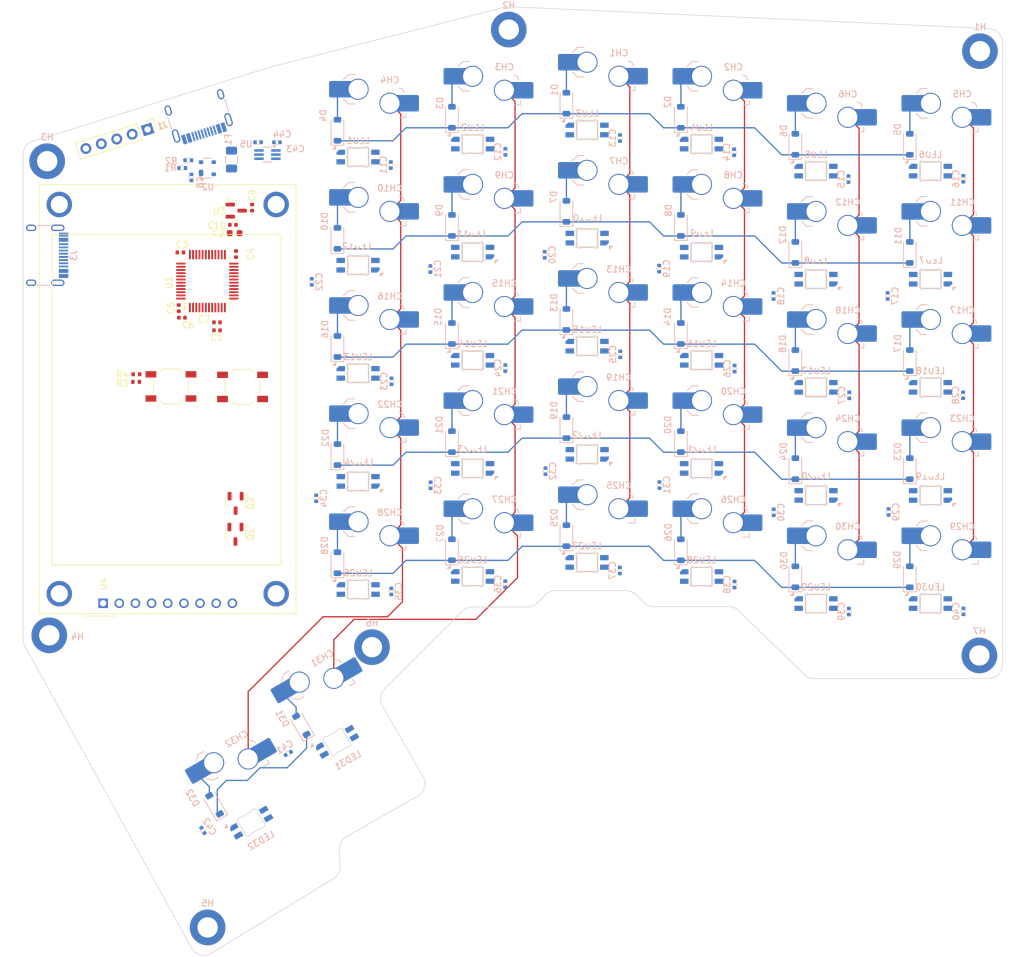
<source format=kicad_pcb>
(kicad_pcb (version 20240108) (generator "pcbnew") (generator_version "8.0")
  (layers (0 "F.Cu" signal) (31 "B.Cu" signal) (34 "B.Paste" user) (35 "F.Paste" user) (36 "B.SilkS" user "B.Silkscreen") (37 "F.SilkS" user "F.Silkscreen") (38 "B.Mask" user) (39 "F.Mask" user) (44 "Edge.Cuts" user))
  (net 0 "")
  (net 1 "BOOT0")
  (net 2 "+3V3")
  (net 3 "NRST")
  (net 4 "GND")
  (net 5 "+5V")
  (net 6 "col3")
  (net 7 "Net-(D1-A)")
  (net 8 "Net-(D2-A)")
  (net 9 "col2")
  (net 10 "col4")
  (net 11 "Net-(D3-A)")
  (net 12 "col5")
  (net 13 "Net-(D4-A)")
  (net 14 "Net-(D5-A)")
  (net 15 "col0")
  (net 16 "col1")
  (net 17 "Net-(D6-A)")
  (net 18 "Net-(D7-A)")
  (net 19 "Net-(D8-A)")
  (net 20 "Net-(D9-A)")
  (net 21 "Net-(D10-A)")
  (net 22 "Net-(D11-A)")
  (net 23 "Net-(D12-A)")
  (net 24 "Net-(D13-A)")
  (net 25 "Net-(D14-A)")
  (net 26 "Net-(D15-A)")
  (net 27 "Net-(D16-A)")
  (net 28 "Net-(D17-A)")
  (net 29 "Net-(D18-A)")
  (net 30 "Net-(D19-A)")
  (net 31 "Net-(D20-A)")
  (net 32 "Net-(D21-A)")
  (net 33 "Net-(D22-A)")
  (net 34 "Net-(D23-A)")
  (net 35 "Net-(D24-A)")
  (net 36 "Net-(D25-A)")
  (net 37 "Net-(D26-A)")
  (net 38 "Net-(D27-A)")
  (net 39 "Net-(D28-A)")
  (net 40 "Net-(D29-A)")
  (net 41 "Net-(D30-A)")
  (net 42 "Net-(D31-A)")
  (net 43 "Net-(D32-A)")
  (net 44 "row0")
  (net 45 "row1")
  (net 46 "row2")
  (net 47 "row3")
  (net 48 "row4")
  (net 49 "row5")
  (net 50 "VBUS")
  (net 51 "D-")
  (net 52 "Net-(J1-CC2)")
  (net 53 "D+")
  (net 54 "Net-(J1-CC1)")
  (net 57 "Net-(R3-Pad2)")
  (net 58 "LCD_PWR")
  (net 59 "Net-(Q1-G)")
  (net 60 "LCD_EN")
  (net 61 "/F1")
  (net 62 "/C13")
  (net 63 "/C14")
  (net 64 "/A8")
  (net 65 "/B13")
  (net 66 "LCD_SCK")
  (net 67 "/C15")
  (net 68 "LCD_DC")
  (net 70 "LCD_MISO")
  (net 71 "/F0")
  (net 72 "SplitSerial")
  (net 73 "/A9")
  (net 74 "/B15")
  (net 75 "/B14")
  (net 76 "SWCLK")
  (net 77 "SWD")
  (net 78 "LCD_MOSI")
  (net 79 "RGB5v")
  (net 80 "Net-(LED1-DOUT)")
  (net 81 "Net-(LED2-DOUT)")
  (net 82 "Net-(LED3-DOUT)")
  (net 83 "Net-(LED4-DOUT)")
  (net 84 "Net-(LED5-DOUT)")
  (net 85 "DOut1")
  (net 86 "Net-(LED7-DOUT)")
  (net 87 "Net-(LED8-DOUT)")
  (net 88 "Net-(LED10-DIN)")
  (net 89 "Net-(LED10-DOUT)")
  (net 90 "Net-(LED11-DOUT)")
  (net 91 "DOut2")
  (net 92 "Net-(LED13-DOUT)")
  (net 93 "Net-(LED14-DOUT)")
  (net 94 "Net-(LED15-DOUT)")
  (net 95 "Net-(LED16-DOUT)")
  (net 96 "Net-(LED17-DOUT)")
  (net 97 "DOut3")
  (net 98 "Net-(LED19-DOUT)")
  (net 99 "Net-(LED20-DOUT)")
  (net 100 "Net-(LED21-DOUT)")
  (net 101 "Net-(LED22-DOUT)")
  (net 102 "Net-(LED23-DOUT)")
  (net 103 "DOut4")
  (net 104 "Net-(LED25-DOUT)")
  (net 105 "Net-(LED26-DOUT)")
  (net 106 "Net-(LED27-DOUT)")
  (net 107 "Net-(LED28-DOUT)")
  (net 108 "Net-(LED29-DOUT)")
  (net 109 "DOut5")
  (net 110 "Net-(LED31-DOUT)")
  (net 112 "SDA")
  (net 113 "RGB3.3")
  (net 114 "SCL")
  (net 120 "LCD_CS")
  (net 121 "LCD_RST")
  (footprint "Capacitor_SMD:C_0402_1005Metric" (layer "F.Cu") (at 61.276613 69.169983)
    (property "Reference" "C1")
    (property "Value" "100nF")
  )
  (footprint "Capacitor_SMD:C_0402_1005Metric" (layer "F.Cu") (at 55.51319 56.933406 180)
    (property "Reference" "C3")
    (property "Value" "100nF")
  )
  (footprint "Package_TO_SOT_SMD:SOT-23-3" (layer "F.Cu") (at 64.17819 101.245906 -90)
    (property "Reference" "Q1")
    (property "Value" "AO3401A")
  )
  (footprint "Button_Switch_SMD:SW_SPST_TL3342" (layer "F.Cu") (at 65.29319 78.073406)
    (property "Reference" "RST1" (hide yes))
    (property "Value" "SW_SPST")
  )
  (footprint "Capacitor_SMD:C_0402_1005Metric" (layer "F.Cu") (at 55.76319 67.183406 180)
    (property "Reference" "C6")
    (property "Value" "100nF")
  )
  (footprint "Button_Switch_SMD:SW_SPST_TL3342" (layer "F.Cu") (at 54.03319 77.993406 180)
    (property "Reference" "BOOT1" (hide yes))
    (property "Value" "SW_SPST")
  )
  (footprint "Capacitor_SMD:C_0402_1005Metric" (layer "F.Cu") (at 63.77819 52.593406)
    (property "Reference" "C10")
    (property "Value" "1uF")
  )
  (footprint "Capacitor_SMD:C_0402_1005Metric" (layer "F.Cu") (at 55.26319 65.683406 -90)
    (property "Reference" "C5")
    (property "Value" "100nF")
  )
  (footprint "Capacitor_SMD:C_0402_1005Metric" (layer "F.Cu") (at 61.276613 67.919983 180)
    (property "Reference" "C7")
    (property "Value" "100nF")
  )
  (footprint "Package_QFP:LQFP-48_7x7mm_P0.5mm" (layer "F.Cu") (at 59.76319 61.433406 90)
    (property "Reference" "U1")
    (property "Value" "STM32F072CBT6")
  )
  (footprint "Package_TO_SOT_SMD:SOT-23" (layer "F.Cu") (at 64.29819 50.355906)
    (property "Reference" "U3")
    (property "Value" "XC6206PxxxMR-Regulator_Linear" (hide yes))
  )
  (footprint "Display:CR2013-MI2120" (layer "F.Cu") (at 43.37 112.09 90)
    (property "Reference" "U4")
    (property "Value" "CR2013-MI2120")
  )
  (footprint "Resistor_SMD:R_0402_1005Metric" (layer "F.Cu") (at 48.61319 76.083406 180)
    (property "Reference" "R3")
    (property "Value" "5.1k")
  )
  (footprint "Capacitor_SMD:C_0603_1608Metric" (layer "F.Cu") (at 64.04819 53.893406)
    (property "Reference" "C2")
    (property "Value" "10uF")
  )
  (footprint "Connector_PinHeader_2.54mm:PinHeader_1x05_P2.54mm_Vertical" (layer "F.Cu") (at 50.36319 37.583406 -72.75)
    (property "Reference" "J2")
    (property "Value" "Conn_01x05")
  )
  (footprint "Capacitor_SMD:C_0402_1005Metric" (layer "F.Cu") (at 64.26319 57.183406 90)
    (property "Reference" "C4")
    (property "Value" "100nF")
  )
  (footprint "Resistor_SMD:R_0402_1005Metric" (layer "F.Cu") (at 48.56319 77.283406)
    (property "Reference" "R4")
    (property "Value" "5.1k")
  )
  (footprint "Package_TO_SOT_SMD:SOT-23-3" (layer "F.Cu") (at 64.20319 96.390906 -90)
    (property "Reference" "Q2")
    (property "Value" "MMUN2233LT1G")
  )
  (footprint "Capacitor_SMD:C_0402_1005Metric" (layer "F.Cu") (at 66.79319 49.873406 90)
    (property "Reference" "C9")
    (property "Value" "1uF")
  )
  (footprint "Capacitor_SMD:C_0402_1005Metric" (layer "B.Cu") (at 88.712235 77.18773 -90)
    (property "Reference" "C23")
    (property "Value" "0.1uF")
  )
  (footprint "Diode_SMD:D_SOD-123" (layer "B.Cu") (at 170.213575 56.927729 90)
    (property "Reference" "D11")
    (property "Value" "D")
  )
  (footprint "PCM_marbastlib-choc:LED_choc_6028R" (layer "B.Cu") (at 101.464735 107.877729 180)
    (property "Reference" "LED26")
    (property "Value" "choc_SK6812MINI-E")
    (fp_line (start 1.699999 0.702841) (end 1.699999 -0.702843) (stroke (width 0.1)) (layer "Edge.Cuts"))
    (fp_line (start 0.794453 -1.5) (end -0.794452 -1.5) (stroke (width 0.1)) (layer "Edge.Cuts"))
    (fp_line (start -0.794452 1.499999) (end 0.794452 1.499999) (stroke (width 0.1)) (layer "Edge.Cuts"))
    (fp_line (start -1.699999 -0.702843) (end -1.699999 0.702841) (stroke (width 0.1)) (layer "Edge.Cuts"))
    (fp_arc (start 1.749484 0.919719) (mid 1.712542 0.814064) (end 1.699999 0.702841) (stroke (width 0.1)) (layer "Edge.Cuts"))
    (fp_arc (start 1.749484 0.919718) (mid 1.638073 1.504037) (end 1.046711 1.568298) (stroke (width 0.1)) (layer "Edge.Cuts"))
    (fp_arc (start 1.699999 -0.702844) (mid 1.712546 -0.814065) (end 1.749484 -0.919721) (stroke (width 0.1)) (layer "Edge.Cuts"))
    (fp_arc (start 1.046711 -1.568299) (mid 1.638071 -1.504036) (end 1.749484 -0.919721) (stroke (width 0.1)) (layer "Edge.Cuts"))
    (fp_arc (start 1.046711 -1.568299) (mid 0.925123 -1.517377) (end 0.794453 -1.5) (stroke (width 0.1)) (layer "Edge.Cuts"))
    (fp_arc (start 0.794452 1.499999) (mid 0.925123 1.517376) (end 1.046711 1.568298) (stroke (width 0.1)) (layer "Edge.Cuts"))
    (fp_arc (start -0.794453 -1.500001) (mid -0.925123 -1.517378) (end -1.046711 -1.5683) (stroke (width 0.1)) (layer "Edge.Cuts"))
    (fp_arc (start -1.04671 1.568298) (mid -0.925122 1.517376) (end -0.794452 1.499999) (stroke (width 0.1)) (layer "Edge.Cuts"))
    (fp_arc (start -1.046711 1.568296) (mid -1.63807 1.504033) (end -1.749484 0.919719) (stroke (width 0.1)) (layer "Edge.Cuts"))
    (fp_arc (start -1.699999 0.702842) (mid -1.712527 0.814067) (end -1.749484 0.919719) (stroke (width 0.1)) (layer "Edge.Cuts"))
    (fp_arc (start -1.749484 -0.919721) (mid -1.638071 -1.504036) (end -1.046711 -1.5683) (stroke (width 0.1)) (layer "Edge.Cuts"))
    (fp_arc (start -1.749484 -0.919721) (mid -1.712527 -0.814069) (end -1.699999 -0.702843) (stroke (width 0.1)) (layer "Edge.Cuts"))
  )
  (footprint "Capacitor_SMD:C_0402_1005Metric" (layer "B.Cu") (at 166.882235 97.72773 90)
    (property "Reference" "C29")
    (property "Value" "0.1uF")
  )
  (footprint "Diode_SMD:D_SOD-123" (layer "B.Cu") (at 80.213575 37.717729 90)
    (property "Reference" "D4")
    (property "Value" "D")
  )
  (footprint "Capacitor_SMD:C_0402_1005Metric" (layer "B.Cu") (at 160.572235 45.39773 -90)
    (property "Reference" "C15")
    (property "Value" "0.1uF")
  )
  (footprint "Diode_SMD:D_SOD-123" (layer "B.Cu") (at 116.213575 50.467729 90)
    (property "Reference" "D7")
    (property "Value" "D")
  )
  (footprint "PCM_marbastlib-choc:SW_choc_v1_HS_CPG135001S30_1u" (layer "B.Cu") (at 119.463575 100.967729)
    (property "Reference" "CH25")
    (property "Value" "choc_v1_SW_HS")
  )
  (footprint "Capacitor_SMD:C_0402_1005Metric" (layer "B.Cu") (at 106.602235 109.08773 -90)
    (property "Reference" "C36")
    (property "Value" "0.1uF")
  )
  (footprint "Capacitor_SMD:C_0402_1005Metric" (layer "B.Cu") (at 70.703876 39.603436 180)
    (property "Reference" "C43")
    (property "Value" "0.1uF")
  )
  (footprint "PCM_marbastlib-choc:SW_choc_v1_HS_CPG135001S30_1u" (layer "B.Cu") (at 173.463575 73.427729)
    (property "Reference" "CH17")
    (property "Value" "choc_v1_SW_HS")
  )
  (footprint "PCM_marbastlib-choc:LED_choc_6028R" (layer "B.Cu") (at 80.132965 133.878181 -150)
    (property "Reference" "LED31")
    (property "Value" "choc_SK6812MINI-E")
    (fp_line (start 1.699999 0.702841) (end 1.699999 -0.702843) (stroke (width 0.1)) (layer "Edge.Cuts"))
    (fp_line (start -0.794452 1.499999) (end 0.794452 1.499999) (stroke (width 0.1)) (layer "Edge.Cuts"))
    (fp_line (start 0.794452 -1.5) (end -0.794452 -1.5) (stroke (width 0.1)) (layer "Edge.Cuts"))
    (fp_line (start -1.699999 -0.702843) (end -1.699999 0.702841) (stroke (width 0.1)) (layer "Edge.Cuts"))
    (fp_arc (start 1.749484 0.919719) (mid 1.71251 0.814071) (end 1.699999 0.702841) (stroke (width 0.1)) (layer "Edge.Cuts"))
    (fp_arc (start 1.749484 0.919718) (mid 1.638073 1.504036) (end 1.046711 1.568297) (stroke (width 0.1)) (layer "Edge.Cuts"))
    (fp_arc (start 0.794452 1.499999) (mid 0.925123 1.517373) (end 1.046711 1.568297) (stroke (width 0.1)) (layer "Edge.Cuts"))
    (fp_arc (start 1.699999 -0.702844) (mid 1.712525 -0.81407) (end 1.749484 -0.919721) (stroke (width 0.1)) (layer "Edge.Cuts"))
    (fp_arc (start 1.046711 -1.568299) (mid 1.63807 -1.504035) (end 1.749484 -0.919721) (stroke (width 0.1)) (layer "Edge.Cuts"))
    (fp_arc (start 1.046711 -1.568299) (mid 0.925122 -1.517377) (end 0.794452 -1.5) (stroke (width 0.1)) (layer "Edge.Cuts"))
    (fp_arc (start -1.04671 1.568298) (mid -0.925122 1.517376) (end -0.794452 1.499999) (stroke (width 0.1)) (layer "Edge.Cuts"))
    (fp_arc (start -1.046711 1.568296) (mid -1.63807 1.504033) (end -1.749484 0.919719) (stroke (width 0.1)) (layer "Edge.Cuts"))
    (fp_arc (start -1.699998 0.702842) (mid -1.712526 0.814068) (end -1.749484 0.919719) (stroke (width 0.1)) (layer "Edge.Cuts"))
    (fp_arc (start -0.794453 -1.500001) (mid -0.925123 -1.517378) (end -1.046711 -1.5683) (stroke (width 0.1)) (layer "Edge.Cuts"))
    (fp_arc (start -1.749484 -0.919721) (mid -1.638071 -1.504036) (end -1.046711 -1.5683) (stroke (width 0.1)) (layer "Edge.Cuts"))
    (fp_arc (start -1.749484 -0.919721) (mid -1.712527 -0.814069) (end -1.699999 -0.702843) (stroke (width 0.1)) (layer "Edge.Cuts"))
  )
  (footprint "PCM_marbastlib-choc:SW_choc_v1_HS_CPG135001S30_1u" (layer "B.Cu") (at 101.463575 35.177729)
    (property "Reference" "CH3")
    (property "Value" "choc_v1_SW_HS")
  )
  (footprint "Capacitor_SMD:C_0402_1005Metric" (layer "B.Cu") (at 57.25319 45.125906 -90)
    (property "Reference" "C8")
    (property "Value" "100nF")
  )
  (footprint "Capacitor_SMD:C_0402_1005Metric" (layer "B.Cu") (at 76.872235 95.57773 90)
    (property "Reference" "C34")
    (property "Value" "0.1uF")
  )
  (footprint "MountingHole:MountingHole_3.2mm_M3_DIN965_Pad" (layer "B.Cu") (at 34.57319 42.583406 180)
    (property "Reference" "H3")
    (property "Value" "MountingHole_Pad")
  )
  (footprint "PCM_marbastlib-choc:SW_choc_v1_HS_CPG135001S30_1.75u" (layer "B.Cu") (at 63.72416 142.322289 30)
    (property "Reference" "CH32")
    (property "Value" "choc_v1_SW_HS")
  )
  (footprint "PCM_marbastlib-choc:SW_choc_v1_HS_CPG135001S30_1u" (layer "B.Cu") (at 119.463575 49.967729)
    (property "Reference" "CH7")
    (property "Value" "choc_v1_SW_HS")
  )
  (footprint "PCM_marbastlib-choc:SW_choc_v1_HS_CPG135001S30_1u" (layer "B.Cu") (at 155.463575 90.427729)
    (property "Reference" "CH24")
    (property "Value" "choc_v1_SW_HS")
  )
  (footprint "Diode_SMD:D_SOD-123" (layer "B.Cu") (at 60.889735 143.777729 120)
    (property "Reference" "D32")
    (property "Value" "D")
  )
  (footprint "PCM_marbastlib-choc:LED_choc_6028R" (layer "B.Cu") (at 137.459735 90.887729)
    (property "Reference" "LED21")
    (property "Value" "choc_SK6812MINI-E")
    (fp_line (start -1.699999 -0.702843) (end -1.699999 0.702841) (stroke (width 0.1)) (layer "Edge.Cuts"))
    (fp_line (start -0.794452 1.499999) (end 0.794452 1.499999) (stroke (width 0.1)) (layer "Edge.Cuts"))
    (fp_line (start 0.794453 -1.5) (end -0.794452 -1.5) (stroke (width 0.1)) (layer "Edge.Cuts"))
    (fp_line (start 1.699999 0.702841) (end 1.699999 -0.702843) (stroke (width 0.1)) (layer "Edge.Cuts"))
    (fp_arc (start -1.749484 -0.919721) (mid -1.712527 -0.814069) (end -1.699999 -0.702843) (stroke (width 0.1)) (layer "Edge.Cuts"))
    (fp_arc (start -1.749484 -0.919721) (mid -1.638071 -1.504036) (end -1.046711 -1.5683) (stroke (width 0.1)) (layer "Edge.Cuts"))
    (fp_arc (start -1.699999 0.702842) (mid -1.712527 0.814067) (end -1.749484 0.919719) (stroke (width 0.1)) (layer "Edge.Cuts"))
    (fp_arc (start -1.046711 1.568296) (mid -1.63807 1.504033) (end -1.749484 0.919719) (stroke (width 0.1)) (layer "Edge.Cuts"))
    (fp_arc (start -1.04671 1.568298) (mid -0.925122 1.517376) (end -0.794452 1.499999) (stroke (width 0.1)) (layer "Edge.Cuts"))
    (fp_arc (start -0.794453 -1.500001) (mid -0.925123 -1.517378) (end -1.046711 -1.5683) (stroke (width 0.1)) (layer "Edge.Cuts"))
    (fp_arc (start 0.794452 1.499999) (mid 0.925123 1.517376) (end 1.046711 1.568298) (stroke (width 0.1)) (layer "Edge.Cuts"))
    (fp_arc (start 1.046711 -1.568299) (mid 0.925123 -1.517377) (end 0.794453 -1.5) (stroke (width 0.1)) (layer "Edge.Cuts"))
    (fp_arc (start 1.046711 -1.568299) (mid 1.638071 -1.504036) (end 1.749484 -0.919721) (stroke (width 0.1)) (layer "Edge.Cuts"))
    (fp_arc (start 1.699999 -0.702844) (mid 1.712546 -0.814065) (end 1.749484 -0.919721) (stroke (width 0.1)) (layer "Edge.Cuts"))
    (fp_arc (start 1.749484 0.919718) (mid 1.638073 1.504037) (end 1.046711 1.568298) (stroke (width 0.1)) (layer "Edge.Cuts"))
    (fp_arc (start 1.749484 0.919719) (mid 1.712542 0.814064) (end 1.699999 0.702841) (stroke (width 0.1)) (layer "Edge.Cuts"))
  )
  (footprint "PCM_marbastlib-choc:SW_choc_v1_HS_CPG135001S30_1u" (layer "B.Cu") (at 137.463575 86.177729)
    (property "Reference" "CH20")
    (property "Value" "choc_v1_SW_HS")
  )
  (footprint "Resistor_SMD:R_0402_1005Metric" (layer "B.Cu") (at 56.76319 42.433406 180)
    (property "Reference" "R2")
    (property "Value" "5.1k")
  )
  (footprint "PCM_marbastlib-choc:SW_choc_v1_HS_CPG135001S30_1u" (layer "B.Cu") (at 83.463575 37.217729)
    (property "Reference" "CH4")
    (property "Value" "choc_v1_SW_HS")
  )
  (footprint "Diode_SMD:D_SOD-123" (layer "B.Cu") (at 74.539735 131.277729 120)
    (property "Reference" "D31")
    (property "Value" "D")
  )
  (footprint "Diode_SMD:D_SOD-123" (layer "B.Cu") (at 170.213575 39.927729 90)
    (property "Reference" "D5")
    (property "Value" "D")
  )
  (footprint "Diode_SMD:D_SOD-123" (layer "B.Cu") (at 152.213575 107.927729 90)
    (property "Reference" "D30")
    (property "Value" "D")
  )
  (footprint "Capacitor_SMD:C_0402_1005Metric" (layer "B.Cu") (at 148.782235 63.77773 90)
    (property "Reference" "C18")
    (property "Value" "0.1uF")
  )
  (footprint "Capacitor_SMD:C_0402_1005Metric" (layer "B.Cu") (at 106.602235 75.10773 -90)
    (property "Reference" "C24")
    (property "Value" "0.1uF")
  )
  (footprint "Diode_SMD:D_SOD-123" (layer "B.Cu") (at 98.213575 103.677729 90)
    (property "Reference" "D27")
    (property "Value" "D")
  )
  (footprint "Diode_SMD:D_SOD-123" (layer "B.Cu") (at 80.213575 88.717729 90)
    (property "Reference" "D22")
    (property "Value" "D")
  )
  (footprint "PCM_marbastlib-choc:SW_choc_v1_HS_CPG135001S30_1u" (layer "B.Cu") (at 101.463575 103.177729)
    (property "Reference" "CH27")
    (property "Value" "choc_v1_SW_HS")
  )
  (footprint "PCM_marbastlib-choc:SW_choc_v1_HS_CPG135001S30_1u" (layer "B.Cu") (at 137.463575 69.177729)
    (property "Reference" "CH14")
    (property "Value" "choc_v1_SW_HS")
  )
  (footprint "PCM_marbastlib-choc:LED_choc_6028R" (layer "B.Cu") (at 83.474735 109.927729 180)
    (property "Reference" "LED25")
    (property "Value" "choc_SK6812MINI-E")
    (fp_line (start 1.699999 0.702841) (end 1.699999 -0.702843) (stroke (width 0.1)) (layer "Edge.Cuts"))
    (fp_line (start 0.794453 -1.5) (end -0.794452 -1.5) (stroke (width 0.1)) (layer "Edge.Cuts"))
    (fp_line (start -0.794452 1.499999) (end 0.794452 1.499999) (stroke (width 0.1)) (layer "Edge.Cuts"))
    (fp_line (start -1.699999 -0.702843) (end -1.699999 0.702841) (stroke (width 0.1)) (layer "Edge.Cuts"))
    (fp_arc (start 1.749484 0.919719) (mid 1.712542 0.814064) (end 1.699999 0.702841) (stroke (width 0.1)) (layer "Edge.Cuts"))
    (fp_arc (start 1.749484 0.919718) (mid 1.638073 1.504037) (end 1.046711 1.568298) (stroke (width 0.1)) (layer "Edge.Cuts"))
    (fp_arc (start 1.699999 -0.702844) (mid 1.712546 -0.814065) (end 1.749484 -0.919721) (stroke (width 0.1)) (layer "Edge.Cuts"))
    (fp_arc (start 1.046711 -1.568299) (mid 1.638071 -1.504036) (end 1.749484 -0.919721) (stroke (width 0.1)) (layer "Edge.Cuts"))
    (fp_arc (start 1.046711 -1.568299) (mid 0.925123 -1.517377) (end 0.794453 -1.5) (stroke (width 0.1)) (layer "Edge.Cuts"))
    (fp_arc (start 0.794452 1.499999) (mid 0.925123 1.517376) (end 1.046711 1.568298) (stroke (width 0.1)) (layer "Edge.Cuts"))
    (fp_arc (start -0.794453 -1.500001) (mid -0.925123 -1.517378) (end -1.046711 -1.5683) (stroke (width 0.1)) (layer "Edge.Cuts"))
    (fp_arc (start -1.04671 1.568298) (mid -0.925122 1.517376) (end -0.794452 1.499999) (stroke (width 0.1)) (layer "Edge.Cuts"))
    (fp_arc (start -1.046711 1.568296) (mid -1.63807 1.504033) (end -1.749484 0.919719) (stroke (width 0.1)) (layer "Edge.Cuts"))
    (fp_arc (start -1.699999 0.702842) (mid -1.712527 0.814067) (end -1.749484 0.919719) (stroke (width 0.1)) (layer "Edge.Cuts"))
    (fp_arc (start -1.749484 -0.919721) (mid -1.638071 -1.504036) (end -1.046711 -1.5683) (stroke (width 0.1)) (layer "Edge.Cuts"))
    (fp_arc (start -1.749484 -0.919721) (mid -1.712527 -0.814069) (end -1.699999 -0.702843) (stroke (width 0.1)) (layer "Edge.Cuts"))
  )
  (footprint "Capacitor_SMD:C_0402_1005Metric" (layer "B.Cu") (at 142.652235 109.13773 -90)
    (property "Reference" "C38")
    (property "Value" "0.1uF")
  )
  (footprint "Diode_SMD:D_SOD-123" (layer "B.Cu") (at 170.213575 73.927729 90)
    (property "Reference" "D17")
    (property "Value" "D")
  )
  (footprint "MountingHole:MountingHole_3.2mm_M3_DIN965_Pad" (layer "B.Cu") (at 181.24319 25.283406 180)
    (property "Reference" "H1")
    (property "Value" "MountingHole_Pad")
  )
  (footprint "PCM_marbastlib-choc:SW_choc_v1_HS_CPG135001S30_1u" (layer "B.Cu") (at 173.463575 56.427729)
    (property "Reference" "CH11")
    (property "Value" "choc_v1_SW_HS")
  )
  (footprint "Diode_SMD:D_SOD-123" (layer "B.Cu") (at 170.213575 90.927729 90)
    (property "Reference" "D23")
    (property "Value" "D")
  )
  (footprint "Capacitor_SMD:C_0402_1005Metric" (layer "B.Cu") (at 160.632235 113.38773 -90)
    (property "Reference" "C39")
    (property "Value" "0.1uF")
  )
  (footprint "Diode_SMD:D_SOD-123" (layer "B.Cu") (at 152.213575 90.927729 90)
    (property "Reference" "D24")
    (property "Value" "D")
  )
  (footprint "PCM_marbastlib-choc:SW_choc_v1_HS_CPG135001S30_1u" (layer "B.Cu") (at 173.463575 107.427729)
    (property "Reference" "CH29")
    (property "Value" "choc_v1_SW_HS")
  )
  (footprint "PCM_marbastlib-choc:SW_choc_v1_HS_CPG135001S30_1u" (layer "B.Cu") (at 83.463575 105.217729)
    (property "Reference" "CH28")
    (property "Value" "choc_v1_SW_HS")
  )
  (footprint "Capacitor_SMD:C_0402_1005Metric" (layer "B.Cu") (at 67.733876 39.603436)
    (property "Reference" "C44")
    (property "Value" "0.1uF")
  )
  (footprint "MountingHole:MountingHole_3.2mm_M3_DIN965_Pad" (layer "B.Cu") (at 85.64319 118.993406 180)
    (property "Reference" "H6")
    (property "Value" "MountingHole_Pad")
  )
  (footprint "Diode_SMD:D_SOD-123" (layer "B.Cu") (at 98.213575 86.677729 90)
    (property "Reference" "D21")
    (property "Value" "D")
  )
  (footprint "Fuse:Fuse_1206_3216Metric" (layer "B.Cu") (at 63.56319 42.323406 -90)
    (property "Reference" "F1")
    (property "Value" "500mA")
  )
  (footprint "PCM_marbastlib-choc:LED_choc_6028R" (layer "B.Cu") (at 119.474735 88.677729)
    (property "Reference" "LED22")
    (property "Value" "choc_SK6812MINI-E")
    (fp_line (start -1.699999 -0.702843) (end -1.699999 0.702841) (stroke (width 0.1)) (layer "Edge.Cuts"))
    (fp_line (start -0.794452 1.499999) (end 0.794452 1.499999) (stroke (width 0.1)) (layer "Edge.Cuts"))
    (fp_line (start 0.794453 -1.5) (end -0.794452 -1.5) (stroke (width 0.1)) (layer "Edge.Cuts"))
    (fp_line (start 1.699999 0.702841) (end 1.699999 -0.702843) (stroke (width 0.1)) (layer "Edge.Cuts"))
    (fp_arc (start -1.749484 -0.919721) (mid -1.712527 -0.814069) (end -1.699999 -0.702843) (stroke (width 0.1)) (layer "Edge.Cuts"))
    (fp_arc (start -1.749484 -0.919721) (mid -1.638071 -1.504036) (end -1.046711 -1.5683) (stroke (width 0.1)) (layer "Edge.Cuts"))
    (fp_arc (start -1.699999 0.702842) (mid -1.712527 0.814067) (end -1.749484 0.919719) (stroke (width 0.1)) (layer "Edge.Cuts"))
    (fp_arc (start -1.046711 1.568296) (mid -1.63807 1.504033) (end -1.749484 0.919719) (stroke (width 0.1)) (layer "Edge.Cuts"))
    (fp_arc (start -1.04671 1.568298) (mid -0.925122 1.517376) (end -0.794452 1.499999) (stroke (width 0.1)) (layer "Edge.Cuts"))
    (fp_arc (start -0.794453 -1.500001) (mid -0.925123 -1.517378) (end -1.046711 -1.5683) (stroke (width 0.1)) (layer "Edge.Cuts"))
    (fp_arc (start 0.794452 1.499999) (mid 0.925123 1.517376) (end 1.046711 1.568298) (stroke (width 0.1)) (layer "Edge.Cuts"))
    (fp_arc (start 1.046711 -1.568299) (mid 0.925123 -1.517377) (end 0.794453 -1.5) (stroke (width 0.1)) (layer "Edge.Cuts"))
    (fp_arc (start 1.046711 -1.568299) (mid 1.638071 -1.504036) (end 1.749484 -0.919721) (stroke (width 0.1)) (layer "Edge.Cuts"))
    (fp_arc (start 1.699999 -0.702844) (mid 1.712546 -0.814065) (end 1.749484 -0.919721) (stroke (width 0.1)) (layer "Edge.Cuts"))
    (fp_arc (start 1.749484 0.919718) (mid 1.638073 1.504037) (end 1.046711 1.568298) (stroke (width 0.1)) (layer "Edge.Cuts"))
    (fp_arc (start 1.749484 0.919719) (mid 1.712542 0.814064) (end 1.699999 0.702841) (stroke (width 0.1)) (layer "Edge.Cuts"))
  )
  (footprint "PCM_marbastlib-choc:LED_choc_6028R" (layer "B.Cu") (at 155.469735 95.127729)
    (property "Reference" "LED20")
    (property "Value" "choc_SK6812MINI-E")
    (fp_line (start -1.699999 -0.702843) (end -1.699999 0.702841) (stroke (width 0.1)) (layer "Edge.Cuts"))
    (fp_line (start -0.794452 1.499999) (end 0.794452 1.499999) (stroke (width 0.1)) (layer "Edge.Cuts"))
    (fp_line (start 0.794453 -1.5) (end -0.794452 -1.5) (stroke (width 0.1)) (layer "Edge.Cuts"))
    (fp_line (start 1.699999 0.702841) (end 1.699999 -0.702843) (stroke (width 0.1)) (layer "Edge.Cuts"))
    (fp_arc (start -1.749484 -0.919721) (mid -1.712527 -0.814069) (end -1.699999 -0.702843) (stroke (width 0.1)) (layer "Edge.Cuts"))
    (fp_arc (start -1.749484 -0.919721) (mid -1.638071 -1.504036) (end -1.046711 -1.5683) (stroke (width 0.1)) (layer "Edge.Cuts"))
    (fp_arc (start -1.699999 0.702842) (mid -1.712527 0.814067) (end -1.749484 0.919719) (stroke (width 0.1)) (layer "Edge.Cuts"))
    (fp_arc (start -1.046711 1.568296) (mid -1.63807 1.504033) (end -1.749484 0.919719) (stroke (width 0.1)) (layer "Edge.Cuts"))
    (fp_arc (start -1.04671 1.568298) (mid -0.925122 1.517376) (end -0.794452 1.499999) (stroke (width 0.1)) (layer "Edge.Cuts"))
    (fp_arc (start -0.794453 -1.500001) (mid -0.925123 -1.517378) (end -1.046711 -1.5683) (stroke (width 0.1)) (layer "Edge.Cuts"))
    (fp_arc (start 0.794452 1.499999) (mid 0.925123 1.517376) (end 1.046711 1.568298) (stroke (width 0.1)) (layer "Edge.Cuts"))
    (fp_arc (start 1.046711 -1.568299) (mid 0.925123 -1.517377) (end 0.794453 -1.5) (stroke (width 0.1)) (layer "Edge.Cuts"))
    (fp_arc (start 1.046711 -1.568299) (mid 1.638071 -1.504036) (end 1.749484 -0.919721) (stroke (width 0.1)) (layer "Edge.Cuts"))
    (fp_arc (start 1.699999 -0.702844) (mid 1.712546 -0.814065) (end 1.749484 -0.919721) (stroke (width 0.1)) (layer "Edge.Cuts"))
    (fp_arc (start 1.749484 0.919718) (mid 1.638073 1.504037) (end 1.046711 1.568298) (stroke (width 0.1)) (layer "Edge.Cuts"))
    (fp_arc (start 1.749484 0.919719) (mid 1.712542 0.814064) (end 1.699999 0.702841) (stroke (width 0.1)) (layer "Edge.Cuts"))
  )
  (footprint "PCM_marbastlib-choc:LED_choc_6028R" (layer "B.Cu") (at 137.469735 107.887729 180)
    (property "Reference" "LED28")
    (property "Value" "choc_SK6812MINI-E")
    (fp_line (start 1.699999 0.702841) (end 1.699999 -0.702843) (stroke (width 0.1)) (layer "Edge.Cuts"))
    (fp_line (start 0.794453 -1.5) (end -0.794452 -1.5) (stroke (width 0.1)) (layer "Edge.Cuts"))
    (fp_line (start -0.794452 1.499999) (end 0.794452 1.499999) (stroke (width 0.1)) (layer "Edge.Cuts"))
    (fp_line (start -1.699999 -0.702843) (end -1.699999 0.702841) (stroke (width 0.1)) (layer "Edge.Cuts"))
    (fp_arc (start 1.749484 0.919719) (mid 1.712542 0.814064) (end 1.699999 0.702841) (stroke (width 0.1)) (layer "Edge.Cuts"))
    (fp_arc (start 1.749484 0.919718) (mid 1.638073 1.504037) (end 1.046711 1.568298) (stroke (width 0.1)) (layer "Edge.Cuts"))
    (fp_arc (start 1.699999 -0.702844) (mid 1.712546 -0.814065) (end 1.749484 -0.919721) (stroke (width 0.1)) (layer "Edge.Cuts"))
    (fp_arc (start 1.046711 -1.568299) (mid 1.638071 -1.504036) (end 1.749484 -0.919721) (stroke (width 0.1)) (layer "Edge.Cuts"))
    (fp_arc (start 1.046711 -1.568299) (mid 0.925123 -1.517377) (end 0.794453 -1.5) (stroke (width 0.1)) (layer "Edge.Cuts"))
    (fp_arc (start 0.794452 1.499999) (mid 0.925123 1.517376) (end 1.046711 1.568298) (stroke (width 0.1)) (layer "Edge.Cuts"))
    (fp_arc (start -0.794453 -1.500001) (mid -0.925123 -1.517378) (end -1.046711 -1.5683) (stroke (width 0.1)) (layer "Edge.Cuts"))
    (fp_arc (start -1.04671 1.568298) (mid -0.925122 1.517376) (end -0.794452 1.499999) (stroke (width 0.1)) (layer "Edge.Cuts"))
    (fp_arc (start -1.046711 1.568296) (mid -1.63807 1.504033) (end -1.749484 0.919719) (stroke (width 0.1)) (layer "Edge.Cuts"))
    (fp_arc (start -1.699999 0.702842) (mid -1.712527 0.814067) (end -1.749484 0.919719) (stroke (width 0.1)) (layer "Edge.Cuts"))
    (fp_arc (start -1.749484 -0.919721) (mid -1.638071 -1.504036) (end -1.046711 -1.5683) (stroke (width 0.1)) (layer "Edge.Cuts"))
    (fp_arc (start -1.749484 -0.919721) (mid -1.712527 -0.814069) (end -1.699999 -0.702843) (stroke (width 0.1)) (layer "Edge.Cuts"))
  )
  (footprint "MountingHole:MountingHole_3.2mm_M3_DIN965_Pad" (layer "B.Cu") (at 181.15319 120.293406 180)
    (property "Reference" "H7")
    (property "Value" "MountingHole_Pad")
  )
  (footprint "PCM_marbastlib-choc:SW_choc_v1_HS_CPG135001S30_1u" (layer "B.Cu") (at 101.463575 86.177729)
    (property "Reference" "CH21")
    (property "Value" "choc_v1_SW_HS")
  )
  (footprint "Diode_SMD:D_SOD-123" (layer "B.Cu") (at 134.213575 52.677729 90)
    (property "Reference" "D8")
    (property "Value" "D")
  )
  (footprint "PCM_marbastlib-choc:LED_choc_6028R" (layer "B.Cu") (at 155.464735 61.137729)
    (property "Reference" "LED8")
    (property "Value" "choc_SK6812MINI-E")
    (fp_line (start -1.699999 -0.702843) (end -1.699999 0.702841) (stroke (width 0.1)) (layer "Edge.Cuts"))
    (fp_line (start -0.794452 1.499999) (end 0.794452 1.499999) (stroke (width 0.1)) (layer "Edge.Cuts"))
    (fp_line (start 0.794453 -1.5) (end -0.794452 -1.5) (stroke (width 0.1)) (layer "Edge.Cuts"))
    (fp_line (start 1.699999 0.702841) (end 1.699999 -0.702843) (stroke (width 0.1)) (layer "Edge.Cuts"))
    (fp_arc (start -1.749484 -0.919721) (mid -1.712527 -0.814069) (end -1.699999 -0.702843) (stroke (width 0.1)) (layer "Edge.Cuts"))
    (fp_arc (start -1.749484 -0.919721) (mid -1.638071 -1.504036) (end -1.046711 -1.5683) (stroke (width 0.1)) (layer "Edge.Cuts"))
    (fp_arc (start -1.699999 0.702842) (mid -1.712527 0.814067) (end -1.749484 0.919719) (stroke (width 0.1)) (layer "Edge.Cuts"))
    (fp_arc (start -1.046711 1.568296) (mid -1.63807 1.504033) (end -1.749484 0.919719) (stroke (width 0.1)) (layer "Edge.Cuts"))
    (fp_arc (start -1.04671 1.568298) (mid -0.925122 1.517376) (end -0.794452 1.499999) (stroke (width 0.1)) (layer "Edge.Cuts"))
    (fp_arc (start -0.794453 -1.500001) (mid -0.925123 -1.517378) (end -1.046711 -1.5683) (stroke (width 0.1)) (layer "Edge.Cuts"))
    (fp_arc (start 0.794452 1.499999) (mid 0.925123 1.517376) (end 1.046711 1.568298) (stroke (width 0.1)) (layer "Edge.Cuts"))
    (fp_arc (start 1.046711 -1.568299) (mid 0.925123 -1.517377) (end 0.794453 -1.5) (stroke (width 0.1)) (layer "Edge.Cuts"))
    (fp_arc (start 1.046711 -1.568299) (mid 1.638071 -1.504036) (end 1.749484 -0.919721) (stroke (width 0.1)) (layer "Edge.Cuts"))
    (fp_arc (start 1.699999 -0.702844) (mid 1.712546 -0.814065) (end 1.749484 -0.919721) (stroke (width 0.1)) (layer "Edge.Cuts"))
    (fp_arc (start 1.749484 0.919718) (mid 1.638073 1.504037) (end 1.046711 1.568298) (stroke (width 0.1)) (layer "Edge.Cuts"))
    (fp_arc (start 1.749484 0.919719) (mid 1.712542 0.814064) (end 1.699999 0.702841) (stroke (width 0.1)) (layer "Edge.Cuts"))
  )
  (footprint "PCM_marbastlib-choc:LED_choc_6028R" (layer "B.Cu") (at 137.474735 73.887729 180)
    (property "Reference" "LED16")
    (property "Value" "choc_SK6812MINI-E")
    (fp_line (start 1.699999 0.702841) (end 1.699999 -0.702843) (stroke (width 0.1)) (layer "Edge.Cuts"))
    (fp_line (start 0.794453 -1.5) (end -0.794452 -1.5) (stroke (width 0.1)) (layer "Edge.Cuts"))
    (fp_line (start -0.794452 1.499999) (end 0.794452 1.499999) (stroke (width 0.1)) (layer "Edge.Cuts"))
    (fp_line (start -1.699999 -0.702843) (end -1.699999 0.702841) (stroke (width 0.1)) (layer "Edge.Cuts"))
    (fp_arc (start 1.749484 0.919719) (mid 1.712542 0.814064) (end 1.699999 0.702841) (stroke (width 0.1)) (layer "Edge.Cuts"))
    (fp_arc (start 1.749484 0.919718) (mid 1.638073 1.504037) (end 1.046711 1.568298) (stroke (width 0.1)) (layer "Edge.Cuts"))
    (fp_arc (start 1.699999 -0.702844) (mid 1.712546 -0.814065) (end 1.749484 -0.919721) (stroke (width 0.1)) (layer "Edge.Cuts"))
    (fp_arc (start 1.046711 -1.568299) (mid 1.638071 -1.504036) (end 1.749484 -0.919721) (stroke (width 0.1)) (layer "Edge.Cuts"))
    (fp_arc (start 1.046711 -1.568299) (mid 0.925123 -1.517377) (end 0.794453 -1.5) (stroke (width 0.1)) (layer "Edge.Cuts"))
    (fp_arc (start 0.794452 1.499999) (mid 0.925123 1.517376) (end 1.046711 1.568298) (stroke (width 0.1)) (layer "Edge.Cuts"))
    (fp_arc (start -0.794453 -1.500001) (mid -0.925123 -1.517378) (end -1.046711 -1.5683) (stroke (width 0.1)) (layer "Edge.Cuts"))
    (fp_arc (start -1.04671 1.568298) (mid -0.925122 1.517376) (end -0.794452 1.499999) (stroke (width 0.1)) (layer "Edge.Cuts"))
    (fp_arc (start -1.046711 1.568296) (mid -1.63807 1.504033) (end -1.749484 0.919719) (stroke (width 0.1)) (layer "Edge.Cuts"))
    (fp_arc (start -1.699999 0.702842) (mid -1.712527 0.814067) (end -1.749484 0.919719) (stroke (width 0.1)) (layer "Edge.Cuts"))
    (fp_arc (start -1.749484 -0.919721) (mid -1.638071 -1.504036) (end -1.046711 -1.5683) (stroke (width 0.1)) (layer "Edge.Cuts"))
    (fp_arc (start -1.749484 -0.919721) (mid -1.712527 -0.814069) (end -1.699999 -0.702843) (stroke (width 0.1)) (layer "Edge.Cuts"))
  )
  (footprint "PCM_marbastlib-choc:SW_choc_v1_HS_CPG135001S30_1u" (layer "B.Cu") (at 83.463575 71.217729)
    (property "Reference" "CH16")
    (property "Value" "choc_v1_SW_HS")
  )
  (footprint "PCM_marbastlib-choc:SW_choc_v1_HS_CPG135001S30_1u" (layer "B.Cu") (at 119.463575 83.967729)
    (property "Reference" "CH19")
    (property "Value" "choc_v1_SW_HS")
  )
  (footprint "Capacitor_SMD:C_0402_1005Metric" (layer "B.Cu") (at 142.582235 41.16773 -90)
    (property "Reference" "C14")
    (property "Value" "0.1uF")
  )
  (footprint "PCM_marbastlib-choc:SW_choc_v1_HS_CPG135001S30_1u" (layer "B.Cu") (at 173.463575 90.427729)
    (property "Reference" "CH23")
    (property "Value" "choc_v1_SW_HS")
  )
  (footprint "Capacitor_SMD:C_0402_1005Metric" (layer "B.Cu") (at 72.482965 135.708181 -150)
    (property "Reference" "C41")
    (property "Value" "0.1uF")
  )
  (footprint "PCM_marbastlib-choc:LED_choc_6028R" (layer "B.Cu") (at 66.632965 146.588181 -150)
    (property "Reference" "LED32")
    (property "Value" "choc_SK6812MINI-E")
    (fp_line (start 1.699999 0.702841) (end 1.699999 -0.702843) (stroke (width 0.1)) (layer "Edge.Cuts"))
    (fp_line (start -0.794452 1.499999) (end 0.794452 1.499999) (stroke (width 0.1)) (layer "Edge.Cuts"))
    (fp_line (start 0.794452 -1.5) (end -0.794452 -1.5) (stroke (width 0.1)) (layer "Edge.Cuts"))
    (fp_line (start -1.699999 -0.702843) (end -1.699999 0.702841) (stroke (width 0.1)) (layer "Edge.Cuts"))
    (fp_arc (start 1.749484 0.919719) (mid 1.71251 0.814071) (end 1.699999 0.702841) (stroke (width 0.1)) (layer "Edge.Cuts"))
    (fp_arc (start 1.749484 0.919718) (mid 1.638073 1.504036) (end 1.046711 1.568297) (stroke (width 0.1)) (layer "Edge.Cuts"))
    (fp_arc (start 0.794452 1.499999) (mid 0.925123 1.517373) (end 1.046711 1.568297) (stroke (width 0.1)) (layer "Edge.Cuts"))
    (fp_arc (start 1.699999 -0.702844) (mid 1.712525 -0.81407) (end 1.749484 -0.919721) (stroke (width 0.1)) (layer "Edge.Cuts"))
    (fp_arc (start 1.046711 -1.568299) (mid 1.63807 -1.504035) (end 1.749484 -0.919721) (stroke (width 0.1)) (layer "Edge.Cuts"))
    (fp_arc (start 1.046711 -1.568299) (mid 0.925122 -1.517377) (end 0.794452 -1.5) (stroke (width 0.1)) (layer "Edge.Cuts"))
    (fp_arc (start -1.04671 1.568298) (mid -0.925122 1.517376) (end -0.794452 1.499999) (stroke (width 0.1)) (layer "Edge.Cuts"))
    (fp_arc (start -1.046711 1.568296) (mid -1.63807 1.504033) (end -1.749484 0.919719) (stroke (width 0.1)) (layer "Edge.Cuts"))
    (fp_arc (start -1.699998 0.702842) (mid -1.712526 0.814068) (end -1.749484 0.919719) (stroke (width 0.1)) (layer "Edge.Cuts"))
    (fp_arc (start -0.794453 -1.500001) (mid -0.925123 -1.517378) (end -1.046711 -1.5683) (stroke (width 0.1)) (layer "Edge.Cuts"))
    (fp_arc (start -1.749484 -0.919721) (mid -1.638071 -1.504036) (end -1.046711 -1.5683) (stroke (width 0.1)) (layer "Edge.Cuts"))
    (fp_arc (start -1.749484 -0.919721) (mid -1.712527 -0.814069) (end -1.699999 -0.702843) (stroke (width 0.1)) (layer "Edge.Cuts"))
  )
  (footprint "PCM_marbastlib-choc:SW_choc_v1_HS_CPG135001S30_1u" (layer "B.Cu") (at 155.463575 73.427729)
    (property "Reference" "CH18")
    (property "Value" "choc_v1_SW_HS")
  )
  (footprint "Capacitor_SMD:C_0402_1005Metric" (layer "B.Cu") (at 94.862235 93.53773 90)
    (property "Reference" "C33")
    (property "Value" "0.1uF")
  )
  (footprint "PCM_marbastlib-choc:LED_choc_6028R" (layer "B.Cu") (at 119.454735 105.667729 180)
    (property "Reference" "LED27")
    (property "Value" "choc_SK6812MINI-E")
    (fp_line (start 1.699999 0.702841) (end 1.699999 -0.702843) (stroke (width 0.1)) (layer "Edge.Cuts"))
    (fp_line (start 0.794453 -1.5) (end -0.794452 -1.5) (stroke (width 0.1)) (layer "Edge.Cuts"))
    (fp_line (start -0.794452 1.499999) (end 0.794452 1.499999) (stroke (width 0.1)) (layer "Edge.Cuts"))
    (fp_line (start -1.699999 -0.702843) (end -1.699999 0.702841) (stroke (width 0.1)) (layer "Edge.Cuts"))
    (fp_arc (start 1.749484 0.919719) (mid 1.712542 0.814064) (end 1.699999 0.702841) (stroke (width 0.1)) (layer "Edge.Cuts"))
    (fp_arc (start 1.749484 0.919718) (mid 1.638073 1.504037) (end 1.046711 1.568298) (stroke (width 0.1)) (layer "Edge.Cuts"))
    (fp_arc (start 1.699999 -0.702844) (mid 1.712546 -0.814065) (end 1.749484 -0.919721) (stroke (width 0.1)) (layer "Edge.Cuts"))
    (fp_arc (start 1.046711 -1.568299) (mid 1.638071 -1.504036) (end 1.749484 -0.919721) (stroke (width 0.1)) (layer "Edge.Cuts"))
    (fp_arc (start 1.046711 -1.568299) (mid 0.925123 -1.517377) (end 0.794453 -1.5) (stroke (width 0.1)) (layer "Edge.Cuts"))
    (fp_arc (start 0.794452 1.499999) (mid 0.925123 1.517376) (end 1.046711 1.568298) (stroke (width 0.1)) (layer "Edge.Cuts"))
    (fp_arc (start -0.794453 -1.500001) (mid -0.925123 -1.517378) (end -1.046711 -1.5683) (stroke (width 0.1)) (layer "Edge.Cuts"))
    (fp_arc (start -1.04671 1.568298) (mid -0.925122 1.517376) (end -0.794452 1.499999) (stroke (width 0.1)) (layer "Edge.Cuts"))
    (fp_arc (start -1.046711 1.568296) (mid -1.63807 1.504033) (end -1.749484 0.919719) (stroke (width 0.1)) (layer "Edge.Cuts"))
    (fp_arc (start -1.699999 0.702842) (mid -1.712527 0.814067) (end -1.749484 0.919719) (stroke (width 0.1)) (layer "Edge.Cuts"))
    (fp_arc (start -1.749484 -0.919721) (mid -1.638071 -1.504036) (end -1.046711 -1.5683) (stroke (width 0.1)) (layer "Edge.Cuts"))
    (fp_arc (start -1.749484 -0.919721) (mid -1.712527 -0.814069) (end -1.699999 -0.702843) (stroke (width 0.1)) (layer "Edge.Cuts"))
  )
  (footprint "PCM_marbastlib-choc:LED_choc_6028R" (layer "B.Cu") (at 83.469735 92.927729)
    (property "Reference" "LED24")
    (property "Value" "choc_SK6812MINI-E")
    (fp_line (start -1.699999 -0.702843) (end -1.699999 0.702841) (stroke (width 0.1)) (layer "Edge.Cuts"))
    (fp_line (start -0.794452 1.499999) (end 0.794452 1.499999) (stroke (width 0.1)) (layer "Edge.Cuts"))
    (fp_line (start 0.794453 -1.5) (end -0.794452 -1.5) (stroke (width 0.1)) (layer "Edge.Cuts"))
    (fp_line (start 1.699999 0.702841) (end 1.699999 -0.702843) (stroke (width 0.1)) (layer "Edge.Cuts"))
    (fp_arc (start -1.749484 -0.919721) (mid -1.712527 -0.814069) (end -1.699999 -0.702843) (stroke (width 0.1)) (layer "Edge.Cuts"))
    (fp_arc (start -1.749484 -0.919721) (mid -1.638071 -1.504036) (end -1.046711 -1.5683) (stroke (width 0.1)) (layer "Edge.Cuts"))
    (fp_arc (start -1.699999 0.702842) (mid -1.712527 0.814067) (end -1.749484 0.919719) (stroke (width 0.1)) (layer "Edge.Cuts"))
    (fp_arc (start -1.046711 1.568296) (mid -1.63807 1.504033) (end -1.749484 0.919719) (stroke (width 0.1)) (layer "Edge.Cuts"))
    (fp_arc (start -1.04671 1.568298) (mid -0.925122 1.517376) (end -0.794452 1.499999) (stroke (width 0.1)) (layer "Edge.Cuts"))
    (fp_arc (start -0.794453 -1.500001) (mid -0.925123 -1.517378) (end -1.046711 -1.5683) (stroke (width 0.1)) (layer "Edge.Cuts"))
    (fp_arc (start 0.794452 1.499999) (mid 0.925123 1.517376) (end 1.046711 1.568298) (stroke (width 0.1)) (layer "Edge.Cuts"))
    (fp_arc (start 1.046711 -1.568299) (mid 0.925123 -1.517377) (end 0.794453 -1.5) (stroke (width 0.1)) (layer "Edge.Cuts"))
    (fp_arc (start 1.046711 -1.568299) (mid 1.638071 -1.504036) (end 1.749484 -0.919721) (stroke (width 0.1)) (layer "Edge.Cuts"))
    (fp_arc (start 1.699999 -0.702844) (mid 1.712546 -0.814065) (end 1.749484 -0.919721) (stroke (width 0.1)) (layer "Edge.Cuts"))
    (fp_arc (start 1.749484 0.919718) (mid 1.638073 1.504037) (end 1.046711 1.568298) (stroke (width 0.1)) (layer "Edge.Cuts"))
    (fp_arc (start 1.749484 0.919719) (mid 1.712542 0.814064) (end 1.699999 0.702841) (stroke (width 0.1)) (layer "Edge.Cuts"))
  )
  (footprint "Capacitor_SMD:C_0402_1005Metric" (layer "B.Cu") (at 59.062721 147.80713 120)
    (property "Reference" "C42")
    (property "Value" "0.1uF")
  )
  (footprint "Diode_SMD:D_SOD-123" (layer "B.Cu") (at 116.213575 101.467729 90)
    (property "Reference" "D25")
    (property "Value" "D")
  )
  (footprint "Diode_SMD:D_SOD-123" (layer "B.Cu") (at 98.213575 52.677729 90)
    (property "Reference" "D9")
    (property "Value" "D")
  )
  (footprint "Capacitor_SMD:C_0402_1005Metric" (layer "B.Cu") (at 178.642235 113.35773 -90)
    (property "Reference" "C40")
    (property "Value" "0.1uF")
  )
  (footprint "PCM_marbastlib-choc:LED_choc_6028R" (layer "B.Cu") (at 101.479735 39.887729 180)
    (property "Reference" "LED2")
    (property "Value" "choc_SK6812MINI-E")
    (fp_line (start 1.699999 0.702841) (end 1.699999 -0.702843) (stroke (width 0.1)) (layer "Edge.Cuts"))
    (fp_line (start 0.794453 -1.5) (end -0.794452 -1.5) (stroke (width 0.1)) (layer "Edge.Cuts"))
    (fp_line (start -0.794452 1.499999) (end 0.794452 1.499999) (stroke (width 0.1)) (layer "Edge.Cuts"))
    (fp_line (start -1.699999 -0.702843) (end -1.699999 0.702841) (stroke (width 0.1)) (layer "Edge.Cuts"))
    (fp_arc (start 1.749484 0.919719) (mid 1.712542 0.814064) (end 1.699999 0.702841) (stroke (width 0.1)) (layer "Edge.Cuts"))
    (fp_arc (start 1.749484 0.919718) (mid 1.638073 1.504037) (end 1.046711 1.568298) (stroke (width 0.1)) (layer "Edge.Cuts"))
    (fp_arc (start 1.699999 -0.702844) (mid 1.712546 -0.814065) (end 1.749484 -0.919721) (stroke (width 0.1)) (layer "Edge.Cuts"))
    (fp_arc (start 1.046711 -1.568299) (mid 1.638071 -1.504036) (end 1.749484 -0.919721) (stroke (width 0.1)) (layer "Edge.Cuts"))
    (fp_arc (start 1.046711 -1.568299) (mid 0.925123 -1.517377) (end 0.794453 -1.5) (stroke (width 0.1)) (layer "Edge.Cuts"))
    (fp_arc (start 0.794452 1.499999) (mid 0.925123 1.517376) (end 1.046711 1.568298) (stroke (width 0.1)) (layer "Edge.Cuts"))
    (fp_arc (start -0.794453 -1.500001) (mid -0.925123 -1.517378) (end -1.046711 -1.5683) (stroke (width 0.1)) (layer "Edge.Cuts"))
    (fp_arc (start -1.04671 1.568298) (mid -0.925122 1.517376) (end -0.794452 1.499999) (stroke (width 0.1)) (layer "Edge.Cuts"))
    (fp_arc (start -1.046711 1.568296) (mid -1.63807 1.504033) (end -1.749484 0.919719) (stroke (width 0.1)) (layer "Edge.Cuts"))
    (fp_arc (start -1.699999 0.702842) (mid -1.712527 0.814067) (end -1.749484 0.919719) (stroke (width 0.1)) (layer "Edge.Cuts"))
    (fp_arc (start -1.749484 -0.919721) (mid -1.638071 -1.504036) (end -1.046711 -1.5683) (stroke (width 0.1)) (layer "Edge.Cuts"))
    (fp_arc (start -1.749484 -0.919721) (mid -1.712527 -0.814069) (end -1.699999 -0.702843) (stroke (width 0.1)) (layer "Edge.Cuts"))
  )
  (footprint "PCM_marbastlib-choc:LED_choc_6028R" (layer "B.Cu") (at 173.464735 95.137729)
    (property "Reference" "LED19")
    (property "Value" "choc_SK6812MINI-E")
    (fp_line (start -1.699999 -0.702843) (end -1.699999 0.702841) (stroke (width 0.1)) (layer "Edge.Cuts"))
    (fp_line (start -0.794452 1.499999) (end 0.794452 1.499999) (stroke (width 0.1)) (layer "Edge.Cuts"))
    (fp_line (start 0.794453 -1.5) (end -0.794452 -1.5) (stroke (width 0.1)) (layer "Edge.Cuts"))
    (fp_line (start 1.699999 0.702841) (end 1.699999 -0.702843) (stroke (width 0.1)) (layer "Edge.Cuts"))
    (fp_arc (start -1.749484 -0.919721) (mid -1.712527 -0.814069) (end -1.699999 -0.702843) (stroke (width 0.1)) (layer "Edge.Cuts"))
    (fp_arc (start -1.749484 -0.919721) (mid -1.638071 -1.504036) (end -1.046711 -1.5683) (stroke (width 0.1)) (layer "Edge.Cuts"))
    (fp_arc (start -1.699999 0.702842) (mid -1.712527 0.814067) (end -1.749484 0.919719) (stroke (width 0.1)) (layer "Edge.Cuts"))
    (fp_arc (start -1.046711 1.568296) (mid -1.63807 1.504033) (end -1.749484 0.919719) (stroke (width 0.1)) (layer "Edge.Cuts"))
    (fp_arc (start -1.04671 1.568298) (mid -0.925122 1.517376) (end -0.794452 1.499999) (stroke (width 0.1)) (layer "Edge.Cuts"))
    (fp_arc (start -0.794453 -1.500001) (mid -0.925123 -1.517378) (end -1.046711 -1.5683) (stroke (width 0.1)) (layer "Edge.Cuts"))
    (fp_arc (start 0.794452 1.499999) (mid 0.925123 1.517376) (end 1.046711 1.568298) (stroke (width 0.1)) (layer "Edge.Cuts"))
    (fp_arc (start 1.046711 -1.568299) (mid 0.925123 -1.517377) (end 0.794453 -1.5) (stroke (width 0.1)) (layer "Edge.Cuts"))
    (fp_arc (start 1.046711 -1.568299) (mid 1.638071 -1.504036) (end 1.749484 -0.919721) (stroke (width 0.1)) (layer "Edge.Cuts"))
    (fp_arc (start 1.699999 -0.702844) (mid 1.712546 -0.814065) (end 1.749484 -0.919721) (stroke (width 0.1)) (layer "Edge.Cuts"))
    (fp_arc (start 1.749484 0.919718) (mid 1.638073 1.504037) (end 1.046711 1.568298) (stroke (width 0.1)) (layer "Edge.Cuts"))
    (fp_arc (start 1.749484 0.919719) (mid 1.712542 0.814064) (end 1.699999 0.702841) (stroke (width 0.1)) (layer "Edge.Cuts"))
  )
  (footprint "Capacitor_SMD:C_0402_1005Metric" (layer "B.Cu") (at 166.732235 63.76773 90)
    (property "Reference" "C17")
    (property "Value" "0.1uF")
  )
  (footprint "Package_TO_SOT_SMD:SOT-363_SC-70-6_Handsoldering" (layer "B.Cu") (at 69.20319 41.543406 180)
    (property "Reference" "U5")
    (property "Value" "TXB0101")
  )
  (footprint "Package_TO_SOT_SMD:SOT-143" (layer "B.Cu") (at 59.76319 43.683406)
    (property "Reference" "U2")
    (property "Value" "PRTR5V0U2X" (hide yes))
  )
  (footprint "Capacitor_SMD:C_0402_1005Metric" (layer "B.Cu") (at 124.642235 38.93773 -90)
    (property "Reference" "C13")
    (property "Value" "0.1uF")
  )
  (footprint "PCM_marbastlib-choc:LED_choc_6028R" (layer "B.Cu") (at 101.469735 90.887729)
    (property "Reference" "LED23")
    (property "Value" "choc_SK6812MINI-E")
    (fp_line (start -1.699999 -0.702843) (end -1.699999 0.702841) (stroke (width 0.1)) (layer "Edge.Cuts"))
    (fp_line (start -0.794452 1.499999) (end 0.794452 1.499999) (stroke (width 0.1)) (layer "Edge.Cuts"))
    (fp_line (start 0.794453 -1.5) (end -0.794452 -1.5) (stroke (width 0.1)) (layer "Edge.Cuts"))
    (fp_line (start 1.699999 0.702841) (end 1.699999 -0.702843) (stroke (width 0.1)) (layer "Edge.Cuts"))
    (fp_arc (start -1.749484 -0.919721) (mid -1.712527 -0.814069) (end -1.699999 -0.702843) (stroke (width 0.1)) (layer "Edge.Cuts"))
    (fp_arc (start -1.749484 -0.919721) (mid -1.638071 -1.504036) (end -1.046711 -1.5683) (stroke (width 0.1)) (layer "Edge.Cuts"))
    (fp_arc (start -1.699999 0.702842) (mid -1.712527 0.814067) (end -1.749484 0.919719) (stroke (width 0.1)) (layer "Edge.Cuts"))
    (fp_arc (start -1.046711 1.568296) (mid -1.63807 1.504033) (end -1.749484 0.919719) (stroke (width 0.1)) (layer "Edge.Cuts"))
    (fp_arc (start -1.04671 1.568298) (mid -0.925122 1.517376) (end -0.794452 1.499999) (stroke (width 0.1)) (layer "Edge.Cuts"))
    (fp_arc (start -0.794453 -1.500001) (mid -0.925123 -1.517378) (end -1.046711 -1.5683) (stroke (width 0.1)) (layer "Edge.Cuts"))
    (fp_arc (start 0.794452 1.499999) (mid 0.925123 1.517376) (end 1.046711 1.568298) (stroke (width 0.1)) (layer "Edge.Cuts"))
    (fp_arc (start 1.046711 -1.568299) (mid 0.925123 -1.517377) (end 0.794453 -1.5) (stroke (width 0.1)) (layer "Edge.Cuts"))
    (fp_arc (start 1.046711 -1.568299) (mid 1.638071 -1.504036) (end 1.749484 -0.919721) (stroke (width 0.1)) (layer "Edge.Cuts"))
    (fp_arc (start 1.699999 -0.702844) (mid 1.712546 -0.814065) (end 1.749484 -0.919721) (stroke (width 0.1)) (layer "Edge.Cuts"))
    (fp_arc (start 1.749484 0.919718) (mid 1.638073 1.504037) (end 1.046711 1.568298) (stroke (width 0.1)) (layer "Edge.Cuts"))
    (fp_arc (start 1.749484 0.919719) (mid 1.712542 0.814064) (end 1.699999 0.702841) (stroke (width 0.1)) (layer "Edge.Cuts"))
  )
  (footprint "PCM_marbastlib-choc:LED_choc_6028R" (layer "B.Cu") (at 173.452235 78.13773 180)
    (property "Reference" "LED18")
    (property "Value" "choc_SK6812MINI-E")
    (fp_line (start 1.699999 0.702841) (end 1.699999 -0.702843) (stroke (width 0.1)) (layer "Edge.Cuts"))
    (fp_line (start 0.794453 -1.5) (end -0.794452 -1.5) (stroke (width 0.1)) (layer "Edge.Cuts"))
    (fp_line (start -0.794452 1.499999) (end 0.794452 1.499999) (stroke (width 0.1)) (layer "Edge.Cuts"))
    (fp_line (start -1.699999 -0.702843) (end -1.699999 0.702841) (stroke (width 0.1)) (layer "Edge.Cuts"))
    (fp_arc (start 1.749484 0.919719) (mid 1.712542 0.814064) (end 1.699999 0.702841) (stroke (width 0.1)) (layer "Edge.Cuts"))
    (fp_arc (start 1.749484 0.919718) (mid 1.638073 1.504037) (end 1.046711 1.568298) (stroke (width 0.1)) (layer "Edge.Cuts"))
    (fp_arc (start 1.699999 -0.702844) (mid 1.712546 -0.814065) (end 1.749484 -0.919721) (stroke (width 0.1)) (layer "Edge.Cuts"))
    (fp_arc (start 1.046711 -1.568299) (mid 1.638071 -1.504036) (end 1.749484 -0.919721) (stroke (width 0.1)) (layer "Edge.Cuts"))
    (fp_arc (start 1.046711 -1.568299) (mid 0.925123 -1.517377) (end 0.794453 -1.5) (stroke (width 0.1)) (layer "Edge.Cuts"))
    (fp_arc (start 0.794452 1.499999) (mid 0.925123 1.517376) (end 1.046711 1.568298) (stroke (width 0.1)) (layer "Edge.Cuts"))
    (fp_arc (start -0.794453 -1.500001) (mid -0.925123 -1.517378) (end -1.046711 -1.5683) (stroke (width 0.1)) (layer "Edge.Cuts"))
    (fp_arc (start -1.04671 1.568298) (mid -0.925122 1.517376) (end -0.794452 1.499999) (stroke (width 0.1)) (layer "Edge.Cuts"))
    (fp_arc (start -1.046711 1.568296) (mid -1.63807 1.504033) (end -1.749484 0.919719) (stroke (width 0.1)) (layer "Edge.Cuts"))
    (fp_arc (start -1.699999 0.702842) (mid -1.712527 0.814067) (end -1.749484 0.919719) (stroke (width 0.1)) (layer "Edge.Cuts"))
    (fp_arc (start -1.749484 -0.919721) (mid -1.638071 -1.504036) (end -1.046711 -1.5683) (stroke (width 0.1)) (layer "Edge.Cuts"))
    (fp_arc (start -1.749484 -0.919721) (mid -1.712527 -0.814069) (end -1.699999 -0.702843) (stroke (width 0.1)) (layer "Edge.Cuts"))
  )
  (footprint "PCM_marbastlib-choc:SW_choc_v1_HS_CPG135001S30_1u" (layer "B.Cu") (at 155.463575 39.427729)
    (property "Reference" "CH6")
    (property "Value" "choc_v1_SW_HS")
  )
  (footprint "Capacitor_SMD:C_0402_1005Metric" (layer "B.Cu") (at 112.922235 91.31773 90)
    (property "Reference" "C32")
    (property "Value" "0.1uF")
  )
  (footprint "Capacitor_SMD:C_0402_1005Metric" (layer "B.Cu") (at 94.822235 59.53773 90)
    (property "Reference" "C21")
    (property "Value" "0.1uF")
  )
  (footprint "Capacitor_SMD:C_0402_1005Metric" (layer "B.Cu") (at 160.682235 79.39773 -90)
    (property "Reference" "C27")
    (property "Value" "0.1uF")
  )
  (footprint "PCM_marbastlib-choc:SW_choc_v1_HS_CPG135001S30_1u" (layer "B.Cu") (at 119.463575 32.967729)
    (property "Reference" "CH1")
    (property "Value" "choc_v1_SW_HS")
  )
  (footprint "PCM_marbastlib-choc:LED_choc_6028R" (layer "B.Cu") (at 155.462235 112.13773 180)
    (property "Reference" "LED29")
    (property "Value" "choc_SK6812MINI-E")
    (fp_line (start 1.699999 0.702841) (end 1.699999 -0.702843) (stroke (width 0.1)) (layer "Edge.Cuts"))
    (fp_line (start 0.794453 -1.5) (end -0.794452 -1.5) (stroke (width 0.1)) (layer "Edge.Cuts"))
    (fp_line (start -0.794452 1.499999) (end 0.794452 1.499999) (stroke (width 0.1)) (layer "Edge.Cuts"))
    (fp_line (start -1.699999 -0.702843) (end -1.699999 0.702841) (stroke (width 0.1)) (layer "Edge.Cuts"))
    (fp_arc (start 1.749484 0.919719) (mid 1.712542 0.814064) (end 1.699999 0.702841) (stroke (width 0.1)) (layer "Edge.Cuts"))
    (fp_arc (start 1.749484 0.919718) (mid 1.638073 1.504037) (end 1.046711 1.568298) (stroke (width 0.1)) (layer "Edge.Cuts"))
    (fp_arc (start 1.699999 -0.702844) (mid 1.712546 -0.814065) (end 1.749484 -0.919721) (stroke (width 0.1)) (layer "Edge.Cuts"))
    (fp_arc (start 1.046711 -1.568299) (mid 1.638071 -1.504036) (end 1.749484 -0.919721) (stroke (width 0.1)) (layer "Edge.Cuts"))
    (fp_arc (start 1.046711 -1.568299) (mid 0.925123 -1.517377) (end 0.794453 -1.5) (stroke (width 0.1)) (layer "Edge.Cuts"))
    (fp_arc (start 0.794452 1.499999) (mid 0.925123 1.517376) (end 1.046711 1.568298) (stroke (width 0.1)) (layer "Edge.Cuts"))
    (fp_arc (start -0.794453 -1.500001) (mid -0.925123 -1.517378) (end -1.046711 -1.5683) (stroke (width 0.1)) (layer "Edge.Cuts"))
    (fp_arc (start -1.04671 1.568298) (mid -0.925122 1.517376) (end -0.794452 1.499999) (stroke (width 0.1)) (layer "Edge.Cuts"))
    (fp_arc (start -1.046711 1.568296) (mid -1.63807 1.504033) (end -1.749484 0.919719) (stroke (width 0.1)) (layer "Edge.Cuts"))
    (fp_arc (start -1.699999 0.702842) (mid -1.712527 0.814067) (end -1.749484 0.919719) (stroke (width 0.1)) (layer "Edge.Cuts"))
    (fp_arc (start -1.749484 -0.919721) (mid -1.638071 -1.504036) (end -1.046711 -1.5683) (stroke (width 0.1)) (layer "Edge.Cuts"))
    (fp_arc (start -1.749484 -0.919721) (mid -1.712527 -0.814069) (end -1.699999 -0.702843) (stroke (width 0.1)) (layer "Edge.Cuts"))
  )
  (footprint "PCM_marbastlib-choc:SW_choc_v1_HS_CPG135001S30_1u" (layer "B.Cu") (at 119.463575 66.967729)
    (property "Reference" "CH13")
    (property "Value" "choc_v1_SW_HS")
  )
  (footprint "Diode_SMD:D_SOD-123" (layer "B.Cu") (at 152.213575 39.927729 90)
    (property "Reference" "D6")
    (property "Value" "D")
  )
  (footprint "Diode_SMD:D_SOD-123" (layer "B.Cu") (at 80.213575 54.717729 90)
    (property "Reference" "D10")
    (property "Value" "D")
  )
  (footprint "Diode_SMD:D_SOD-123" (layer "B.Cu") (at 116.213575 33.467729 90)
    (property "Reference" "D1")
    (property "Value" "D")
  )
  (footprint "PCM_marbastlib-choc:SW_choc_v1_HS_CPG135001S30_1u" (layer "B.Cu") (at 101.463575 52.177729)
    (property "Reference" "CH9")
    (property "Value" "choc_v1_SW_HS")
  )
  (footprint "MountingHole:MountingHole_3.2mm_M3_DIN965_Pad" (layer "B.Cu") (at 107.15319 21.883406 180)
    (property "Reference" "H2")
    (property "Value" "MountingHole_Pad")
  )
  (footprint "Capacitor_SMD:C_0402_1005Metric" (layer "B.Cu") (at 130.802235 59.46773 90)
    (property "Reference" "C19")
    (property "Value" "0.1uF")
  )
  (footprint "Capacitor_SMD:C_0402_1005Metric" (layer "B.Cu") (at 106.612235 41.10773 -90)
    (property "Reference" "C12")
    (property "Value" "0.1uF")
  )
  (footprint "Capacitor_SMD:C_0402_1005Metric" (layer "B.Cu") (at 178.622235 45.34773 -90)
    (property "Reference" "C16")
    (property "Value" "0.1uF")
  )
  (footprint "PCM_marbastlib-choc:SW_choc_v1_HS_CPG135001S30_1u" (layer "B.Cu") (at 137.463575 103.177729)
    (property "Reference" "CH26")
    (property "Value" "choc_v1_SW_HS")
  )
  (footprint "Capacitor_SMD:C_0402_1005Metric" (layer "B.Cu") (at 178.592235 79.37773 -90)
    (property "Reference" "C28")
    (property "Value" "0.1uF")
  )
  (footprint "PCM_marbastlib-choc:LED_choc_6028R" (layer "B.Cu") (at 119.464735 71.667729 180)
    (property "Reference" "LED15")
    (property "Value" "choc_SK6812MINI-E")
    (fp_line (start 1.699999 0.702841) (end 1.699999 -0.702843) (stroke (width 0.1)) (layer "Edge.Cuts"))
    (fp_line (start 0.794453 -1.5) (end -0.794452 -1.5) (stroke (width 0.1)) (layer "Edge.Cuts"))
    (fp_line (start -0.794452 1.499999) (end 0.794452 1.499999) (stroke (width 0.1)) (layer "Edge.Cuts"))
    (fp_line (start -1.699999 -0.702843) (end -1.699999 0.702841) (stroke (width 0.1)) (layer "Edge.Cuts"))
    (fp_arc (start 1.749484 0.919719) (mid 1.712542 0.814064) (end 1.699999 0.702841) (stroke (width 0.1)) (layer "Edge.Cuts"))
    (fp_arc (start 1.749484 0.919718) (mid 1.638073 1.504037) (end 1.046711 1.568298) (stroke (width 0.1)) (layer "Edge.Cuts"))
    (fp_arc (start 1.699999 -0.702844) (mid 1.712546 -0.814065) (end 1.749484 -0.919721) (stroke (width 0.1)) (layer "Edge.Cuts"))
    (fp_arc (start 1.046711 -1.568299) (mid 1.638071 -1.504036) (end 1.749484 -0.919721) (stroke (width 0.1)) (layer "Edge.Cuts"))
    (fp_arc (start 1.046711 -1.568299) (mid 0.925123 -1.517377) (end 0.794453 -1.5) (stroke (width 0.1)) (layer "Edge.Cuts"))
    (fp_arc (start 0.794452 1.499999) (mid 0.925123 1.517376) (end 1.046711 1.568298) (stroke (width 0.1)) (layer "Edge.Cuts"))
    (fp_arc (start -0.794453 -1.500001) (mid -0.925123 -1.517378) (end -1.046711 -1.5683) (stroke (width 0.1)) (layer "Edge.Cuts"))
    (fp_arc (start -1.04671 1.568298) (mid -0.925122 1.517376) (end -0.794452 1.499999) (stroke (width 0.1)) (layer "Edge.Cuts"))
    (fp_arc (start -1.046711 1.568296) (mid -1.63807 1.504033) (end -1.749484 0.919719) (stroke (width 0.1)) (layer "Edge.Cuts"))
    (fp_arc (start -1.699999 0.702842) (mid -1.712527 0.814067) (end -1.749484 0.919719) (stroke (width 0.1)) (layer "Edge.Cuts"))
    (fp_arc (start -1.749484 -0.919721) (mid -1.638071 -1.504036) (end -1.046711 -1.5683) (stroke (width 0.1)) (layer "Edge.Cuts"))
    (fp_arc (start -1.749484 -0.919721) (mid -1.712527 -0.814069) (end -1.699999 -0.702843) (stroke (width 0.1)) (layer "Edge.Cuts"))
  )
  (footprint "Diode_SMD:D_SOD-123" (layer "B.Cu") (at 98.213575 69.677729 90)
    (property "Reference" "D15")
    (property "Value" "D")
  )
  (footprint "PCM_marbastlib-choc:LED_choc_6028R" (layer "B.Cu") (at 101.459735 73.887729 180)
    (property "Reference" "LED14")
    (property "Value" "choc_SK6812MINI-E")
    (fp_line (start 1.699999 0.702841) (end 1.699999 -0.702843) (stroke (width 0.1)) (layer "Edge.Cuts"))
    (fp_line (start 0.794453 -1.5) (end -0.794452 -1.5) (stroke (width 0.1)) (layer "Edge.Cuts"))
    (fp_line (start -0.794452 1.499999) (end 0.794452 1.499999) (stroke (width 0.1)) (layer "Edge.Cuts"))
    (fp_line (start -1.699999 -0.702843) (end -1.699999 0.702841) (stroke (width 0.1)) (layer "Edge.Cuts"))
    (fp_arc (start 1.749484 0.919719) (mid 1.712542 0.814064) (end 1.699999 0.702841) (stroke (width 0.1)) (layer "Edge.Cuts"))
    (fp_arc (start 1.749484 0.919718) (mid 1.638073 1.504037) (end 1.046711 1.568298) (stroke (width 0.1)) (layer "Edge.Cuts"))
    (fp_arc (start 1.699999 -0.702844) (mid 1.712546 -0.814065) (end 1.749484 -0.919721) (stroke (width 0.1)) (layer "Edge.Cuts"))
    (fp_arc (start 1.046711 -1.568299) (mid 1.638071 -1.504036) (end 1.749484 -0.919721) (stroke (width 0.1)) (layer "Edge.Cuts"))
    (fp_arc (start 1.046711 -1.568299) (mid 0.925123 -1.517377) (end 0.794453 -1.5) (stroke (width 0.1)) (layer "Edge.Cuts"))
    (fp_arc (start 0.794452 1.499999) (mid 0.925123 1.517376) (end 1.046711 1.568298) (stroke (width 0.1)) (layer "Edge.Cuts"))
    (fp_arc (start -0.794453 -1.500001) (mid -0.925123 -1.517378) (end -1.046711 -1.5683) (stroke (width 0.1)) (layer "Edge.Cuts"))
    (fp_arc (start -1.04671 1.568298) (mid -0.925122 1.517376) (end -0.794452 1.499999) (stroke (width 0.1)) (layer "Edge.Cuts"))
    (fp_arc (start -1.046711 1.568296) (mid -1.63807 1.504033) (end -1.749484 0.919719) (stroke (width 0.1)) (layer "Edge.Cuts"))
    (fp_arc (start -1.699999 0.702842) (mid -1.712527 0.814067) (end -1.749484 0.919719) (stroke (width 0.1)) (layer "Edge.Cuts"))
    (fp_arc (start -1.749484 -0.919721) (mid -1.638071 -1.504036) (end -1.046711 -1.5683) (stroke (width 0.1)) (layer "Edge.Cuts"))
    (fp_arc (start -1.749484 -0.919721) (mid -1.712527 -0.814069) (end -1.699999 -0.702843) (stroke (width 0.1)) (layer "Edge.Cuts"))
  )
  (footprint "Capacitor_SMD:C_0402_1005Metric" (layer "B.Cu") (at 88.602235 43.18773 -90)
    (property "Reference" "C11")
    (property "Value" "0.1uF")
  )
  (footprint "PCM_marbastlib-choc:LED_choc_6028R" (layer "B.Cu") (at 155.464735 78.137729 180)
    (property "Reference" "LED17")
    (property "Value" "choc_SK6812MINI-E")
    (fp_line (start 1.699999 0.702841) (end 1.699999 -0.702843) (stroke (width 0.1)) (layer "Edge.Cuts"))
    (fp_line (start 0.794453 -1.5) (end -0.794452 -1.5) (stroke (width 0.1)) (layer "Edge.Cuts"))
    (fp_line (start -0.794452 1.499999) (end 0.794452 1.499999) (stroke (width 0.1)) (layer "Edge.Cuts"))
    (fp_line (start -1.699999 -0.702843) (end -1.699999 0.702841) (stroke (width 0.1)) (layer "Edge.Cuts"))
    (fp_arc (start 1.749484 0.919719) (mid 1.712542 0.814064) (end 1.699999 0.702841) (stroke (width 0.1)) (layer "Edge.Cuts"))
    (fp_arc (start 1.749484 0.919718) (mid 1.638073 1.504037) (end 1.046711 1.568298) (stroke (width 0.1)) (layer "Edge.Cuts"))
    (fp_arc (start 1.699999 -0.702844) (mid 1.712546 -0.814065) (end 1.749484 -0.919721) (stroke (width 0.1)) (layer "Edge.Cuts"))
    (fp_arc (start 1.046711 -1.568299) (mid 1.638071 -1.504036) (end 1.749484 -0.919721) (stroke (width 0.1)) (layer "Edge.Cuts"))
    (fp_arc (start 1.046711 -1.568299) (mid 0.925123 -1.517377) (end 0.794453 -1.5) (stroke (width 0.1)) (layer "Edge.Cuts"))
    (fp_arc (start 0.794452 1.499999) (mid 0.925123 1.517376) (end 1.046711 1.568298) (stroke (width 0.1)) (layer "Edge.Cuts"))
    (fp_arc (start -0.794453 -1.500001) (mid -0.925123 -1.517378) (end -1.046711 -1.5683) (stroke (width 0.1)) (layer "Edge.Cuts"))
    (fp_arc (start -1.04671 1.568298) (mid -0.925122 1.517376) (end -0.794452 1.499999) (stroke (width 0.1)) (layer "Edge.Cuts"))
    (fp_arc (start -1.046711 1.568296) (mid -1.63807 1.504033) (end -1.749484 0.919719) (stroke (width 0.1)) (layer "Edge.Cuts"))
    (fp_arc (start -1.699999 0.702842) (mid -1.712527 0.814067) (end -1.749484 0.919719) (stroke (width 0.1)) (layer "Edge.Cuts"))
    (fp_arc (start -1.749484 -0.919721) (mid -1.638071 -1.504036) (end -1.046711 -1.5683) (stroke (width 0.1)) (layer "Edge.Cuts"))
    (fp_arc (start -1.749484 -0.919721) (mid -1.712527 -0.814069) (end -1.699999 -0.702843) (stroke (width 0.1)) (layer "Edge.Cuts"))
  )
  (footprint "PCM_marbastlib-various:USB_C_Receptacle_HRO_TYPE-C-31-M-12" (layer "B.Cu") (at 58.038943 34.340571 17.25)
    (property "Reference" "J1")
    (property "Value" "USB_C_Receptacle_USB2.0")
  )
  (footprint "PCM_marbastlib-various:USB_C_Receptacle_HRO_TYPE-C-31-M-12" (layer "B.Cu") (at 33.10319 57.383406 90)
    (property "Reference" "J3")
    (property "Value" "USB_C_Receptacle_USB2.0")
  )
  (footprint "Diode_SMD:D_SOD-123" (layer "B.Cu") (at 170.213575 107.927729 90)
    (property "Reference" "D29")
    (property "Value" "D")
  )
  (footprint "PCM_marbastlib-choc:SW_choc_v1_HS_CPG135001S30_1u" (layer "B.Cu") (at 173.463575 39.427729)
    (property "Reference" "CH5")
    (property "Value" "choc_v1_SW_HS")
  )
  (footprint "PCM_marbastlib-choc:LED_choc_6028R" (layer "B.Cu") (at 83.462235 75.94773 180)
    (property "Reference" "LED13")
    (property "Value" "choc_SK6812MINI-E")
    (fp_line (start 1.699999 0.702841) (end 1.699999 -0.702843) (stroke (width 0.1)) (layer "Edge.Cuts"))
    (fp_line (start 0.794453 -1.5) (end -0.794452 -1.5) (stroke (width 0.1)) (layer "Edge.Cuts"))
    (fp_line (start -0.794452 1.499999) (end 0.794452 1.499999) (stroke (width 0.1)) (layer "Edge.Cuts"))
    (fp_line (start -1.699999 -0.702843) (end -1.699999 0.702841) (stroke (width 0.1)) (layer "Edge.Cuts"))
    (fp_arc (start 1.749484 0.919719) (mid 1.712542 0.814064) (end 1.699999 0.702841) (stroke (width 0.1)) (layer "Edge.Cuts"))
    (fp_arc (start 1.749484 0.919718) (mid 1.638073 1.504037) (end 1.046711 1.568298) (stroke (width 0.1)) (layer "Edge.Cuts"))
    (fp_arc (start 1.699999 -0.702844) (mid 1.712546 -0.814065) (end 1.749484 -0.919721) (stroke (width 0.1)) (layer "Edge.Cuts"))
    (fp_arc (start 1.046711 -1.568299) (mid 1.638071 -1.504036) (end 1.749484 -0.919721) (stroke (width 0.1)) (layer "Edge.Cuts"))
    (fp_arc (start 1.046711 -1.568299) (mid 0.925123 -1.517377) (end 0.794453 -1.5) (stroke (width 0.1)) (layer "Edge.Cuts"))
    (fp_arc (start 0.794452 1.499999) (mid 0.925123 1.517376) (end 1.046711 1.568298) (stroke (width 0.1)) (layer "Edge.Cuts"))
    (fp_arc (start -0.794453 -1.500001) (mid -0.925123 -1.517378) (end -1.046711 -1.5683) (stroke (width 0.1)) (layer "Edge.Cuts"))
    (fp_arc (start -1.04671 1.568298) (mid -0.925122 1.517376) (end -0.794452 1.499999) (stroke (width 0.1)) (layer "Edge.Cuts"))
    (fp_arc (start -1.046711 1.568296) (mid -1.63807 1.504033) (end -1.749484 0.919719) (stroke (width 0.1)) (layer "Edge.Cuts"))
    (fp_arc (start -1.699999 0.702842) (mid -1.712527 0.814067) (end -1.749484 0.919719) (stroke (width 0.1)) (layer "Edge.Cuts"))
    (fp_arc (start -1.749484 -0.919721) (mid -1.638071 -1.504036) (end -1.046711 -1.5683) (stroke (width 0.1)) (layer "Edge.Cuts"))
    (fp_arc (start -1.749484 -0.919721) (mid -1.712527 -0.814069) (end -1.699999 -0.702843) (stroke (width 0.1)) (layer "Edge.Cuts"))
  )
  (footprint "Diode_SMD:D_SOD-123" (layer "B.Cu") (at 80.213575 71.717729 90)
    (property "Reference" "D16")
    (property "Value" "D")
  )
  (footprint "PCM_marbastlib-choc:LED_choc_6028R" (layer "B.Cu") (at 173.462235 44.13773 180)
    (property "Reference" "LED6")
    (property "Value" "choc_SK6812MINI-E")
    (fp_line (start 1.699999 0.702841) (end 1.699999 -0.702843) (stroke (width 0.1)) (layer "Edge.Cuts"))
    (fp_line (start 0.794453 -1.5) (end -0.794452 -1.5) (stroke (width 0.1)) (layer "Edge.Cuts"))
    (fp_line (start -0.794452 1.499999) (end 0.794452 1.499999) (stroke (width 0.1)) (layer "Edge.Cuts"))
    (fp_line (start -1.699999 -0.702843) (end -1.699999 0.702841) (stroke (width 0.1)) (layer "Edge.Cuts"))
    (fp_arc (start 1.749484 0.919719) (mid 1.712542 0.814064) (end 1.699999 0.702841) (stroke (width 0.1)) (layer "Edge.Cuts"))
    (fp_arc (start 1.749484 0.919718) (mid 1.638073 1.504037) (end 1.046711 1.568298) (stroke (width 0.1)) (layer "Edge.Cuts"))
    (fp_arc (start 1.699999 -0.702844) (mid 1.712546 -0.814065) (end 1.749484 -0.919721) (stroke (width 0.1)) (layer "Edge.Cuts"))
    (fp_arc (start 1.046711 -1.568299) (mid 1.638071 -1.504036) (end 1.749484 -0.919721) (stroke (width 0.1)) (layer "Edge.Cuts"))
    (fp_arc (start 1.046711 -1.568299) (mid 0.925123 -1.517377) (end 0.794453 -1.5) (stroke (width 0.1)) (layer "Edge.Cuts"))
    (fp_arc (start 0.794452 1.499999) (mid 0.925123 1.517376) (end 1.046711 1.568298) (stroke (width 0.1)) (layer "Edge.Cuts"))
    (fp_arc (start -0.794453 -1.500001) (mid -0.925123 -1.517378) (end -1.046711 -1.5683) (stroke (width 0.1)) (layer "Edge.Cuts"))
    (fp_arc (start -1.04671 1.568298) (mid -0.925122 1.517376) (end -0.794452 1.499999) (stroke (width 0.1)) (layer "Edge.Cuts"))
    (fp_arc (start -1.046711 1.568296) (mid -1.63807 1.504033) (end -1.749484 0.919719) (stroke (width 0.1)) (layer "Edge.Cuts"))
    (fp_arc (start -1.699999 0.702842) (mid -1.712527 0.814067) (end -1.749484 0.919719) (stroke (width 0.1)) (layer "Edge.Cuts"))
    (fp_arc (start -1.749484 -0.919721) (mid -1.638071 -1.504036) (end -1.046711 -1.5683) (stroke (width 0.1)) (layer "Edge.Cuts"))
    (fp_arc (start -1.749484 -0.919721) (mid -1.712527 -0.814069) (end -1.699999 -0.702843) (stroke (width 0.1)) (layer "Edge.Cuts"))
  )
  (footprint "PCM_marbastlib-choc:LED_choc_6028R" (layer "B.Cu") (at 137.467235 56.887728)
    (property "Reference" "LED9")
    (property "Value" "choc_SK6812MINI-E")
    (fp_line (start -1.699999 -0.702843) (end -1.699999 0.702841) (stroke (width 0.1)) (layer "Edge.Cuts"))
    (fp_line (start -0.794452 1.499999) (end 0.794452 1.499999) (stroke (width 0.1)) (layer "Edge.Cuts"))
    (fp_line (start 0.794453 -1.5) (end -0.794452 -1.5) (stroke (width 0.1)) (layer "Edge.Cuts"))
    (fp_line (start 1.699999 0.702841) (end 1.699999 -0.702843) (stroke (width 0.1)) (layer "Edge.Cuts"))
    (fp_arc (start -1.749484 -0.919721) (mid -1.712527 -0.814069) (end -1.699999 -0.702843) (stroke (width 0.1)) (layer "Edge.Cuts"))
    (fp_arc (start -1.749484 -0.919721) (mid -1.638071 -1.504036) (end -1.046711 -1.5683) (stroke (width 0.1)) (layer "Edge.Cuts"))
    (fp_arc (start -1.699999 0.702842) (mid -1.712527 0.814067) (end -1.749484 0.919719) (stroke (width 0.1)) (layer "Edge.Cuts"))
    (fp_arc (start -1.046711 1.568296) (mid -1.63807 1.504033) (end -1.749484 0.919719) (stroke (width 0.1)) (layer "Edge.Cuts"))
    (fp_arc (start -1.04671 1.568298) (mid -0.925122 1.517376) (end -0.794452 1.499999) (stroke (width 0.1)) (layer "Edge.Cuts"))
    (fp_arc (start -0.794453 -1.500001) (mid -0.925123 -1.517378) (end -1.046711 -1.5683) (stroke (width 0.1)) (layer "Edge.Cuts"))
    (fp_arc (start 0.794452 1.499999) (mid 0.925123 1.517376) (end 1.046711 1.568298) (stroke (width 0.1)) (layer "Edge.Cuts"))
    (fp_arc (start 1.046711 -1.568299) (mid 0.925123 -1.517377) (end 0.794453 -1.5) (stroke (width 0.1)) (layer "Edge.Cuts"))
    (fp_arc (start 1.046711 -1.568299) (mid 1.638071 -1.504036) (end 1.749484 -0.919721) (stroke (width 0.1)) (layer "Edge.Cuts"))
    (fp_arc (start 1.699999 -0.702844) (mid 1.712546 -0.814065) (end 1.749484 -0.919721) (stroke (width 0.1)) (layer "Edge.Cuts"))
    (fp_arc (start 1.749484 0.919718) (mid 1.638073 1.504037) (end 1.046711 1.568298) (stroke (width 0.1)) (layer "Edge.Cuts"))
    (fp_arc (start 1.749484 0.919719) (mid 1.712542 0.814064) (end 1.699999 0.702841) (stroke (width 0.1)) (layer "Edge.Cuts"))
  )
  (footprint "PCM_marbastlib-choc:SW_choc_v1_HS_CPG135001S30_1u" (layer "B.Cu") (at 155.463575 107.427729)
    (property "Reference" "CH30")
    (property "Value" "choc_v1_SW_HS")
  )
  (footprint "PCM_marbastlib-choc:LED_choc_6028R" (layer "B.Cu") (at 155.459735 44.137729 180)
    (property "Reference" "LED5")
    (property "Value" "choc_SK6812MINI-E")
    (fp_line (start 1.699999 0.702841) (end 1.699999 -0.702843) (stroke (width 0.1)) (layer "Edge.Cuts"))
    (fp_line (start 0.794453 -1.5) (end -0.794452 -1.5) (stroke (width 0.1)) (layer "Edge.Cuts"))
    (fp_line (start -0.794452 1.499999) (end 0.794452 1.499999) (stroke (width 0.1)) (layer "Edge.Cuts"))
    (fp_line (start -1.699999 -0.702843) (end -1.699999 0.702841) (stroke (width 0.1)) (layer "Edge.Cuts"))
    (fp_arc (start 1.749484 0.919719) (mid 1.712542 0.814064) (end 1.699999 0.702841) (stroke (width 0.1)) (layer "Edge.Cuts"))
    (fp_arc (start 1.749484 0.919718) (mid 1.638073 1.504037) (end 1.046711 1.568298) (stroke (width 0.1)) (layer "Edge.Cuts"))
    (fp_arc (start 1.699999 -0.702844) (mid 1.712546 -0.814065) (end 1.749484 -0.919721) (stroke (width 0.1)) (layer "Edge.Cuts"))
    (fp_arc (start 1.046711 -1.568299) (mid 1.638071 -1.504036) (end 1.749484 -0.919721) (stroke (width 0.1)) (layer "Edge.Cuts"))
    (fp_arc (start 1.046711 -1.568299) (mid 0.925123 -1.517377) (end 0.794453 -1.5) (stroke (width 0.1)) (layer "Edge.Cuts"))
    (fp_arc (start 0.794452 1.499999) (mid 0.925123 1.517376) (end 1.046711 1.568298) (stroke (width 0.1)) (layer "Edge.Cuts"))
    (fp_arc (start -0.794453 -1.500001) (mid -0.925123 -1.517378) (end -1.046711 -1.5683) (stroke (width 0.1)) (layer "Edge.Cuts"))
    (fp_arc (start -1.04671 1.568298) (mid -0.925122 1.517376) (end -0.794452 1.499999) (stroke (width 0.1)) (layer "Edge.Cuts"))
    (fp_arc (start -1.046711 1.568296) (mid -1.63807 1.504033) (end -1.749484 0.919719) (stroke (width 0.1)) (layer "Edge.Cuts"))
    (fp_arc (start -1.699999 0.702842) (mid -1.712527 0.814067) (end -1.749484 0.919719) (stroke (width 0.1)) (layer "Edge.Cuts"))
    (fp_arc (start -1.749484 -0.919721) (mid -1.638071 -1.504036) (end -1.046711 -1.5683) (stroke (width 0.1)) (layer "Edge.Cuts"))
    (fp_arc (start -1.749484 -0.919721) (mid -1.712527 -0.814069) (end -1.699999 -0.702843) (stroke (width 0.1)) (layer "Edge.Cuts"))
  )
  (footprint "PCM_marbastlib-choc:SW_choc_v1_HS_CPG135001S30_1u" (layer "B.Cu") (at 137.463575 52.177729)
    (property "Reference" "CH8")
    (property "Value" "choc_v1_SW_HS")
  )
  (footprint "Diode_SMD:D_SOD-123" (layer "B.Cu") (at 134.213575 86.677729 90)
    (property "Reference" "D20")
    (property "Value" "D")
  )
  (footprint "PCM_marbastlib-choc:LED_choc_6028R" (layer "B.Cu") (at 173.459735 112.137729 180)
    (property "Reference" "LED30")
    (property "Value" "choc_SK6812MINI-E")
    (fp_line (start 1.699999 0.702841) (end 1.699999 -0.702843) (stroke (width 0.1)) (layer "Edge.Cuts"))
    (fp_line (start 0.794453 -1.5) (end -0.794452 -1.5) (stroke (width 0.1)) (layer "Edge.Cuts"))
    (fp_line (start -0.794452 1.499999) (end 0.794452 1.499999) (stroke (width 0.1)) (layer "Edge.Cuts"))
    (fp_line (start -1.699999 -0.702843) (end -1.699999 0.702841) (stroke (width 0.1)) (layer "Edge.Cuts"))
    (fp_arc (start 1.749484 0.919719) (mid 1.712542 0.814064) (end 1.699999 0.702841) (stroke (width 0.1)) (layer "Edge.Cuts"))
    (fp_arc (start 1.749484 0.919718) (mid 1.638073 1.504037) (end 1.046711 1.568298) (stroke (width 0.1)) (layer "Edge.Cuts"))
    (fp_arc (start 1.699999 -0.702844) (mid 1.712546 -0.814065) (end 1.749484 -0.919721) (stroke (width 0.1)) (layer "Edge.Cuts"))
    (fp_arc (start 1.046711 -1.568299) (mid 1.638071 -1.504036) (end 1.749484 -0.919721) (stroke (width 0.1)) (layer "Edge.Cuts"))
    (fp_arc (start 1.046711 -1.568299) (mid 0.925123 -1.517377) (end 0.794453 -1.5) (stroke (width 0.1)) (layer "Edge.Cuts"))
    (fp_arc (start 0.794452 1.499999) (mid 0.925123 1.517376) (end 1.046711 1.568298) (stroke (width 0.1)) (layer "Edge.Cuts"))
    (fp_arc (start -0.794453 -1.500001) (mid -0.925123 -1.517378) (end -1.046711 -1.5683) (stroke (width 0.1)) (layer "Edge.Cuts"))
    (fp_arc (start -1.04671 1.568298) (mid -0.925122 1.517376) (end -0.794452 1.499999) (stroke (width 0.1)) (layer "Edge.Cuts"))
    (fp_arc (start -1.046711 1.568296) (mid -1.63807 1.504033) (end -1.749484 0.919719) (stroke (width 0.1)) (layer "Edge.Cuts"))
    (fp_arc (start -1.699999 0.702842) (mid -1.712527 0.814067) (end -1.749484 0.919719) (stroke (width 0.1)) (layer "Edge.Cuts"))
    (fp_arc (start -1.749484 -0.919721) (mid -1.638071 -1.504036) (end -1.046711 -1.5683) (stroke (width 0.1)) (layer "Edge.Cuts"))
    (fp_arc (start -1.749484 -0.919721) (mid -1.712527 -0.814069) (end -1.699999 -0.702843) (stroke (width 0.1)) (layer "Edge.Cuts"))
  )
  (footprint "PCM_marbastlib-choc:SW_choc_v1_HS_CPG135001S30_1u" (layer "B.Cu") (at 83.463575 88.217729)
    (property "Reference" "CH22")
    (property "Value" "choc_v1_SW_HS")
  )
  (footprint "Diode_SMD:D_SOD-123" (layer "B.Cu") (at 80.213575 105.717729 90)
    (property "Reference" "D28")
    (property "Value" "D")
  )
  (footprint "PCM_marbastlib-choc:LED_choc_6028R" (layer "B.Cu") (at 83.459735 41.927729 180)
    (property "Reference" "LED1")
    (property "Value" "choc_SK6812MINI-E")
    (fp_line (start 1.699999 0.702841) (end 1.699999 -0.702843) (stroke (width 0.1)) (layer "Edge.Cuts"))
    (fp_line (start 0.794453 -1.5) (end -0.794452 -1.5) (stroke (width 0.1)) (layer "Edge.Cuts"))
    (fp_line (start -0.794452 1.499999) (end 0.794452 1.499999) (stroke (width 0.1)) (layer "Edge.Cuts"))
    (fp_line (start -1.699999 -0.702843) (end -1.699999 0.702841) (stroke (width 0.1)) (layer "Edge.Cuts"))
    (fp_arc (start 1.749484 0.919719) (mid 1.712542 0.814064) (end 1.699999 0.702841) (stroke (width 0.1)) (layer "Edge.Cuts"))
    (fp_arc (start 1.749484 0.919718) (mid 1.638073 1.504037) (end 1.046711 1.568298) (stroke (width 0.1)) (layer "Edge.Cuts"))
    (fp_arc (start 1.699999 -0.702844) (mid 1.712546 -0.814065) (end 1.749484 -0.919721) (stroke (width 0.1)) (layer "Edge.Cuts"))
    (fp_arc (start 1.046711 -1.568299) (mid 1.638071 -1.504036) (end 1.749484 -0.919721) (stroke (width 0.1)) (layer "Edge.Cuts"))
    (fp_arc (start 1.046711 -1.568299) (mid 0.925123 -1.517377) (end 0.794453 -1.5) (stroke (width 0.1)) (layer "Edge.Cuts"))
    (fp_arc (start 0.794452 1.499999) (mid 0.925123 1.517376) (end 1.046711 1.568298) (stroke (width 0.1)) (layer "Edge.Cuts"))
    (fp_arc (start -0.794453 -1.500001) (mid -0.925123 -1.517378) (end -1.046711 -1.5683) (stroke (width 0.1)) (layer "Edge.Cuts"))
    (fp_arc (start -1.04671 1.568298) (mid -0.925122 1.517376) (end -0.794452 1.499999) (stroke (width 0.1)) (layer "Edge.Cuts"))
    (fp_arc (start -1.046711 1.568296) (mid -1.63807 1.504033) (end -1.749484 0.919719) (stroke (width 0.1)) (layer "Edge.Cuts"))
    (fp_arc (start -1.699999 0.702842) (mid -1.712527 0.814067) (end -1.749484 0.919719) (stroke (width 0.1)) (layer "Edge.Cuts"))
    (fp_arc (start -1.749484 -0.919721) (mid -1.638071 -1.504036) (end -1.046711 -1.5683) (stroke (width 0.1)) (layer "Edge.Cuts"))
    (fp_arc (start -1.749484 -0.919721) (mid -1.712527 -0.814069) (end -1.699999 -0.702843) (stroke (width 0.1)) (layer "Edge.Cuts"))
  )
  (footprint "Capacitor_SMD:C_0402_1005Metric" (layer "B.Cu") (at 88.682235 110.22773 90)
    (property "Reference" "C35")
    (property "Value" "0.1uF")
  )
  (footprint "Diode_SMD:D_SOD-123" (layer "B.Cu") (at 116.213575 67.467729 90)
    (property "Reference" "D13")
    (property "Value" "D")
  )
  (footprint "MountingHole:MountingHole_3.2mm_M3_DIN965_Pad" (layer "B.Cu") (at 34.90319 117.133406 180)
    (property "Reference" "H4")
    (property "Value" "MountingHole_Pad")
  )
  (footprint "PCM_marbastlib-choc:LED_choc_6028R" (layer "B.Cu") (at 119.462235 37.67773 180)
    (property "Reference" "LED3")
    (property "Value" "choc_SK6812MINI-E")
    (fp_line (start 1.699999 0.702841) (end 1.699999 -0.702843) (stroke (width 0.1)) (layer "Edge.Cuts"))
    (fp_line (start 0.794453 -1.5) (end -0.794452 -1.5) (stroke (width 0.1)) (layer "Edge.Cuts"))
    (fp_line (start -0.794452 1.499999) (end 0.794452 1.499999) (stroke (width 0.1)) (layer "Edge.Cuts"))
    (fp_line (start -1.699999 -0.702843) (end -1.699999 0.702841) (stroke (width 0.1)) (layer "Edge.Cuts"))
    (fp_arc (start 1.749484 0.919719) (mid 1.712542 0.814064) (end 1.699999 0.702841) (stroke (width 0.1)) (layer "Edge.Cuts"))
    (fp_arc (start 1.749484 0.919718) (mid 1.638073 1.504037) (end 1.046711 1.568298) (stroke (width 0.1)) (layer "Edge.Cuts"))
    (fp_arc (start 1.699999 -0.702844) (mid 1.712546 -0.814065) (end 1.749484 -0.919721) (stroke (width 0.1)) (layer "Edge.Cuts"))
    (fp_arc (start 1.046711 -1.568299) (mid 1.638071 -1.504036) (end 1.749484 -0.919721) (stroke (width 0.1)) (layer "Edge.Cuts"))
    (fp_arc (start 1.046711 -1.568299) (mid 0.925123 -1.517377) (end 0.794453 -1.5) (stroke (width 0.1)) (layer "Edge.Cuts"))
    (fp_arc (start 0.794452 1.499999) (mid 0.925123 1.517376) (end 1.046711 1.568298) (stroke (width 0.1)) (layer "Edge.Cuts"))
    (fp_arc (start -0.794453 -1.500001) (mid -0.925123 -1.517378) (end -1.046711 -1.5683) (stroke (width 0.1)) (layer "Edge.Cuts"))
    (fp_arc (start -1.04671 1.568298) (mid -0.925122 1.517376) (end -0.794452 1.499999) (stroke (width 0.1)) (layer "Edge.Cuts"))
    (fp_arc (start -1.046711 1.568296) (mid -1.63807 1.504033) (end -1.749484 0.919719) (stroke (width 0.1)) (layer "Edge.Cuts"))
    (fp_arc (start -1.699999 0.702842) (mid -1.712527 0.814067) (end -1.749484 0.919719) (stroke (width 0.1)) (layer "Edge.Cuts"))
    (fp_arc (start -1.749484 -0.919721) (mid -1.638071 -1.504036) (end -1.046711 -1.5683) (stroke (width 0.1)) (layer "Edge.Cuts"))
    (fp_arc (start -1.749484 -0.919721) (mid -1.712527 -0.814069) (end -1.699999 -0.702843) (stroke (width 0.1)) (layer "Edge.Cuts"))
  )
  (footprint "Capacitor_SMD:C_0402_1005Metric" (layer "B.Cu") (at 142.662235 75.18773 -90)
    (property "Reference" "C26")
    (property "Value" "0.1uF")
  )
  (footprint "PCM_marbastlib-choc:SW_choc_v1_HS_CPG135001S30_1u" (layer "B.Cu") (at 101.463575 69.177729)
    (property "Reference" "CH15")
    (property "Value" "choc_v1_SW_HS")
  )
  (footprint "Diode_SMD:D_SOD-123" (layer "B.Cu") (at 134.213575 103.677729 90)
    (property "Reference" "D26")
    (property "Value" "D")
  )
  (footprint "PCM_marbastlib-choc:SW_choc_v1_HS_CPG135001S30_1u" (layer "B.Cu") (at 137.463575 35.177729)
    (property "Reference" "CH2")
    (property "Value" "choc_v1_SW_HS")
  )
  (footprint "Capacitor_SMD:C_0402_1005Metric" (layer "B.Cu") (at 130.852235 93.50773 90)
    (property "Reference" "C31")
    (property "Value" "0.1uF")
  )
  (footprint "PCM_marbastlib-choc:SW_choc_v1_HS_CPG135001S30_1u" (layer "B.Cu") (at 155.463575 56.427729)
    (property "Reference" "CH12")
    (property "Value" "choc_v1_SW_HS")
  )
  (footprint "Capacitor_SMD:C_0402_1005Metric" (layer "B.Cu") (at 76.182235 61.54773 90)
    (property "Reference" "C22")
    (property "Value" "0.1uF")
  )
  (footprint "Capacitor_SMD:C_0402_1005Metric" (layer "B.Cu") (at 148.814735 97.787731 90)
    (property "Reference" "C30")
    (property "Value" "0.1uF")
  )
  (footprint "Diode_SMD:D_SOD-123" (layer "B.Cu") (at 152.213575 56.927729 90)
    (property "Reference" "D12")
    (property "Value" "D")
  )
  (footprint "MountingHole:MountingHole_3.2mm_M3_DIN965_Pad" (layer "B.Cu") (at 59.80319 163.063406 180)
    (property "Reference" "H5")
    (property "Value" "MountingHole_Pad")
  )
  (footprint "PCM_marbastlib-choc:LED_choc_6028R" (layer "B.Cu") (at 173.474735 61.137729)
    (property "Reference" "LED7")
    (property "Value" "choc_SK6812MINI-E")
    (fp_line (start -1.699999 -0.702843) (end -1.699999 0.702841) (stroke (width 0.1)) (layer "Edge.Cuts"))
    (fp_line (start -0.794452 1.499999) (end 0.794452 1.499999) (stroke (width 0.1)) (layer "Edge.Cuts"))
    (fp_line (start 0.794453 -1.5) (end -0.794452 -1.5) (stroke (width 0.1)) (layer "Edge.Cuts"))
    (fp_line (start 1.699999 0.702841) (end 1.699999 -0.702843) (stroke (width 0.1)) (layer "Edge.Cuts"))
    (fp_arc (start -1.749484 -0.919721) (mid -1.712527 -0.814069) (end -1.699999 -0.702843) (stroke (width 0.1)) (layer "Edge.Cuts"))
    (fp_arc (start -1.749484 -0.919721) (mid -1.638071 -1.504036) (end -1.046711 -1.5683) (stroke (width 0.1)) (layer "Edge.Cuts"))
    (fp_arc (start -1.699999 0.702842) (mid -1.712527 0.814067) (end -1.749484 0.919719) (stroke (width 0.1)) (layer "Edge.Cuts"))
    (fp_arc (start -1.046711 1.568296) (mid -1.63807 1.504033) (end -1.749484 0.919719) (stroke (width 0.1)) (layer "Edge.Cuts"))
    (fp_arc (start -1.04671 1.568298) (mid -0.925122 1.517376) (end -0.794452 1.499999) (stroke (width 0.1)) (layer "Edge.Cuts"))
    (fp_arc (start -0.794453 -1.500001) (mid -0.925123 -1.517378) (end -1.046711 -1.5683) (stroke (width 0.1)) (layer "Edge.Cuts"))
    (fp_arc (start 0.794452 1.499999) (mid 0.925123 1.517376) (end 1.046711 1.568298) (stroke (width 0.1)) (layer "Edge.Cuts"))
    (fp_arc (start 1.046711 -1.568299) (mid 0.925123 -1.517377) (end 0.794453 -1.5) (stroke (width 0.1)) (layer "Edge.Cuts"))
    (fp_arc (start 1.046711 -1.568299) (mid 1.638071 -1.504036) (end 1.749484 -0.919721) (stroke (width 0.1)) (layer "Edge.Cuts"))
    (fp_arc (start 1.699999 -0.702844) (mid 1.712546 -0.814065) (end 1.749484 -0.919721) (stroke (width 0.1)) (layer "Edge.Cuts"))
    (fp_arc (start 1.749484 0.919718) (mid 1.638073 1.504037) (end 1.046711 1.568298) (stroke (width 0.1)) (layer "Edge.Cuts"))
    (fp_arc (start 1.749484 0.919719) (mid 1.712542 0.814064) (end 1.699999 0.702841) (stroke (width 0.1)) (layer "Edge.Cuts"))
  )
  (footprint "PCM_marbastlib-choc:LED_choc_6028R" (layer "B.Cu") (at 119.479735 54.677729)
    (property "Reference" "LED10")
    (property "Value" "choc_SK6812MINI-E")
    (fp_line (start -1.699999 -0.702843) (end -1.699999 0.702841) (stroke (width 0.1)) (layer "Edge.Cuts"))
    (fp_line (start -0.794452 1.499999) (end 0.794452 1.499999) (stroke (width 0.1)) (layer "Edge.Cuts"))
    (fp_line (start 0.794453 -1.5) (end -0.794452 -1.5) (stroke (width 0.1)) (layer "Edge.Cuts"))
    (fp_line (start 1.699999 0.702841) (end 1.699999 -0.702843) (stroke (width 0.1)) (layer "Edge.Cuts"))
    (fp_arc (start -1.749484 -0.919721) (mid -1.712527 -0.814069) (end -1.699999 -0.702843) (stroke (width 0.1)) (layer "Edge.Cuts"))
    (fp_arc (start -1.749484 -0.919721) (mid -1.638071 -1.504036) (end -1.046711 -1.5683) (stroke (width 0.1)) (layer "Edge.Cuts"))
    (fp_arc (start -1.699999 0.702842) (mid -1.712527 0.814067) (end -1.749484 0.919719) (stroke (width 0.1)) (layer "Edge.Cuts"))
    (fp_arc (start -1.046711 1.568296) (mid -1.63807 1.504033) (end -1.749484 0.919719) (stroke (width 0.1)) (layer "Edge.Cuts"))
    (fp_arc (start -1.04671 1.568298) (mid -0.925122 1.517376) (end -0.794452 1.499999) (stroke (width 0.1)) (layer "Edge.Cuts"))
    (fp_arc (start -0.794453 -1.500001) (mid -0.925123 -1.517378) (end -1.046711 -1.5683) (stroke (width 0.1)) (layer "Edge.Cuts"))
    (fp_arc (start 0.794452 1.499999) (mid 0.925123 1.517376) (end 1.046711 1.568298) (stroke (width 0.1)) (layer "Edge.Cuts"))
    (fp_arc (start 1.046711 -1.568299) (mid 0.925123 -1.517377) (end 0.794453 -1.5) (stroke (width 0.1)) (layer "Edge.Cuts"))
    (fp_arc (start 1.046711 -1.568299) (mid 1.638071 -1.504036) (end 1.749484 -0.919721) (stroke (width 0.1)) (layer "Edge.Cuts"))
    (fp_arc (start 1.699999 -0.702844) (mid 1.712546 -0.814065) (end 1.749484 -0.919721) (stroke (width 0.1)) (layer "Edge.Cuts"))
    (fp_arc (start 1.749484 0.919718) (mid 1.638073 1.504037) (end 1.046711 1.568298) (stroke (width 0.1)) (layer "Edge.Cuts"))
    (fp_arc (start 1.749484 0.919719) (mid 1.712542 0.814064) (end 1.699999 0.702841) (stroke (width 0.1)) (layer "Edge.Cuts"))
  )
  (footprint "PCM_marbastlib-choc:LED_choc_6028R" (layer "B.Cu") (at 137.452235 39.88773 180)
    (property "Reference" "LED4")
    (property "Value" "choc_SK6812MINI-E")
    (fp_line (start 1.699999 0.702841) (end 1.699999 -0.702843) (stroke (width 0.1)) (layer "Edge.Cuts"))
    (fp_line (start 0.794453 -1.5) (end -0.794452 -1.5) (stroke (width 0.1)) (layer "Edge.Cuts"))
    (fp_line (start -0.794452 1.499999) (end 0.794452 1.499999) (stroke (width 0.1)) (layer "Edge.Cuts"))
    (fp_line (start -1.699999 -0.702843) (end -1.699999 0.702841) (stroke (width 0.1)) (layer "Edge.Cuts"))
    (fp_arc (start 1.749484 0.919719) (mid 1.712542 0.814064) (end 1.699999 0.702841) (stroke (width 0.1)) (layer "Edge.Cuts"))
    (fp_arc (start 1.749484 0.919718) (mid 1.638073 1.504037) (end 1.046711 1.568298) (stroke (width 0.1)) (layer "Edge.Cuts"))
    (fp_arc (start 1.699999 -0.702844) (mid 1.712546 -0.814065) (end 1.749484 -0.919721) (stroke (width 0.1)) (layer "Edge.Cuts"))
    (fp_arc (start 1.046711 -1.568299) (mid 1.638071 -1.504036) (end 1.749484 -0.919721) (stroke (width 0.1)) (layer "Edge.Cuts"))
    (fp_arc (start 1.046711 -1.568299) (mid 0.925123 -1.517377) (end 0.794453 -1.5) (stroke (width 0.1)) (layer "Edge.Cuts"))
    (fp_arc (start 0.794452 1.499999) (mid 0.925123 1.517376) (end 1.046711 1.568298) (stroke (width 0.1)) (layer "Edge.Cuts"))
    (fp_arc (start -0.794453 -1.500001) (mid -0.925123 -1.517378) (end -1.046711 -1.5683) (stroke (width 0.1)) (layer "Edge.Cuts"))
    (fp_arc (start -1.04671 1.568298) (mid -0.925122 1.517376) (end -0.794452 1.499999) (stroke (width 0.1)) (layer "Edge.Cuts"))
    (fp_arc (start -1.046711 1.568296) (mid -1.63807 1.504033) (end -1.749484 0.919719) (stroke (width 0.1)) (layer "Edge.Cuts"))
    (fp_arc (start -1.699999 0.702842) (mid -1.712527 0.814067) (end -1.749484 0.919719) (stroke (width 0.1)) (layer "Edge.Cuts"))
    (fp_arc (start -1.749484 -0.919721) (mid -1.638071 -1.504036) (end -1.046711 -1.5683) (stroke (width 0.1)) (layer "Edge.Cuts"))
    (fp_arc (start -1.749484 -0.919721) (mid -1.712527 -0.814069) (end -1.699999 -0.702843) (stroke (width 0.1)) (layer "Edge.Cuts"))
  )
  (footprint "Capacitor_SMD:C_0402_1005Metric" (layer "B.Cu") (at 112.812235 57.29773 90)
    (property "Reference" "C20")
    (property "Value" "0.1uF")
  )
  (footprint "Diode_SMD:D_SOD-123" (layer "B.Cu") (at 134.213575 35.677729 90)
    (property "Reference" "D2")
    (property "Value" "D")
  )
  (footprint "PCM_marbastlib-choc:SW_choc_v1_HS_CPG135001S30_1.25u" (layer "B.Cu") (at 77.187618 129.641681 30)
    (property "Reference" "CH31")
    (property "Value" "choc_v1_SW_HS")
  )
  (footprint "Resistor_SMD:R_0402_1005Metric" (layer "B.Cu") (at 55.80319 43.663406)
    (property "Reference" "R1")
    (property "Value" "5.1k")
  )
  (footprint "Diode_SMD:D_SOD-123" (layer "B.Cu") (at 116.213575 84.467729 90)
    (property "Reference" "D19")
    (property "Value" "D")
  )
  (footprint "Capacitor_SMD:C_0402_1005Metric" (layer "B.Cu") (at 124.682235 72.94773 -90)
    (property "Reference" "C25")
    (property "Value" "0.1uF")
  )
  (footprint "Capacitor_SMD:C_0402_1005Metric" (layer "B.Cu") (at 124.622235 106.93773 -90)
    (property "Reference" "C37")
    (property "Value" "0.1uF")
  )
  (footprint "Diode_SMD:D_SOD-123" (layer "B.Cu") (at 134.213575 69.677729 90)
    (property "Reference" "D14")
    (property "Value" "D")
  )
  (footprint "PCM_marbastlib-choc:LED_choc_6028R" (layer "B.Cu") (at 101.467235 56.877728)
    (property "Reference" "LED11")
    (property "Value" "choc_SK6812MINI-E")
    (fp_line (start -1.699999 -0.702843) (end -1.699999 0.702841) (stroke (width 0.1)) (layer "Edge.Cuts"))
    (fp_line (start -0.794452 1.499999) (end 0.794452 1.499999) (stroke (width 0.1)) (layer "Edge.Cuts"))
    (fp_line (start 0.794453 -1.5) (end -0.794452 -1.5) (stroke (width 0.1)) (layer "Edge.Cuts"))
    (fp_line (start 1.699999 0.702841) (end 1.699999 -0.702843) (stroke (width 0.1)) (layer "Edge.Cuts"))
    (fp_arc (start -1.749484 -0.919721) (mid -1.712527 -0.814069) (end -1.699999 -0.702843) (stroke (width 0.1)) (layer "Edge.Cuts"))
    (fp_arc (start -1.749484 -0.919721) (mid -1.638071 -1.504036) (end -1.046711 -1.5683) (stroke (width 0.1)) (layer "Edge.Cuts"))
    (fp_arc (start -1.699999 0.702842) (mid -1.712527 0.814067) (end -1.749484 0.919719) (stroke (width 0.1)) (layer "Edge.Cuts"))
    (fp_arc (start -1.046711 1.568296) (mid -1.63807 1.504033) (end -1.749484 0.919719) (stroke (width 0.1)) (layer "Edge.Cuts"))
    (fp_arc (start -1.04671 1.568298) (mid -0.925122 1.517376) (end -0.794452 1.499999) (stroke (width 0.1)) (layer "Edge.Cuts"))
    (fp_arc (start -0.794453 -1.500001) (mid -0.925123 -1.517378) (end -1.046711 -1.5683) (stroke (width 0.1)) (layer "Edge.Cuts"))
    (fp_arc (start 0.794452 1.499999) (mid 0.925123 1.517376) (end 1.046711 1.568298) (stroke (width 0.1)) (layer "Edge.Cuts"))
    (fp_arc (start 1.046711 -1.568299) (mid 0.925123 -1.517377) (end 0.794453 -1.5) (stroke (width 0.1)) (layer "Edge.Cuts"))
    (fp_arc (start 1.046711 -1.568299) (mid 1.638071 -1.504036) (end 1.749484 -0.919721) (stroke (width 0.1)) (layer "Edge.Cuts"))
    (fp_arc (start 1.699999 -0.702844) (mid 1.712546 -0.814065) (end 1.749484 -0.919721) (stroke (width 0.1)) (layer "Edge.Cuts"))
    (fp_arc (start 1.749484 0.919718) (mid 1.638073 1.504037) (end 1.046711 1.568298) (stroke (width 0.1)) (layer "Edge.Cuts"))
    (fp_arc (start 1.749484 0.919719) (mid 1.712542 0.814064) (end 1.699999 0.702841) (stroke (width 0.1)) (layer "Edge.Cuts"))
  )
  (footprint "PCM_marbastlib-choc:SW_choc_v1_HS_CPG135001S30_1u" (layer "B.Cu") (at 83.463575 54.217729)
    (property "Reference" "CH10")
    (property "Value" "choc_v1_SW_HS")
  )
  (footprint "Diode_SMD:D_SOD-123" (layer "B.Cu") (at 152.213575 73.927729 90)
    (property "Reference" "D18")
    (property "Value" "D")
  )
  (footprint "Diode_SMD:D_SOD-123" (layer "B.Cu") (at 98.213575 35.677729 90)
    (property "Reference" "D3")
    (property "Value" "D")
  )
  (footprint "PCM_marbastlib-choc:LED_choc_6028R" (layer "B.Cu") (at 83.449735 58.937729)
    (property "Reference" "LED12")
    (property "Value" "choc_SK6812MINI-E")
    (fp_line (start -1.699999 -0.702843) (end -1.699999 0.702841) (stroke (width 0.1)) (layer "Edge.Cuts"))
    (fp_line (start -0.794452 1.499999) (end 0.794452 1.499999) (stroke (width 0.1)) (layer "Edge.Cuts"))
    (fp_line (start 0.794453 -1.5) (end -0.794452 -1.5) (stroke (width 0.1)) (layer "Edge.Cuts"))
    (fp_line (start 1.699999 0.702841) (end 1.699999 -0.702843) (stroke (width 0.1)) (layer "Edge.Cuts"))
    (fp_arc (start -1.749484 -0.919721) (mid -1.712527 -0.814069) (end -1.699999 -0.702843) (stroke (width 0.1)) (layer "Edge.Cuts"))
    (fp_arc (start -1.749484 -0.919721) (mid -1.638071 -1.504036) (end -1.046711 -1.5683) (stroke (width 0.1)) (layer "Edge.Cuts"))
    (fp_arc (start -1.699999 0.702842) (mid -1.712527 0.814067) (end -1.749484 0.919719) (stroke (width 0.1)) (layer "Edge.Cuts"))
    (fp_arc (start -1.046711 1.568296) (mid -1.63807 1.504033) (end -1.749484 0.919719) (stroke (width 0.1)) (layer "Edge.Cuts"))
    (fp_arc (start -1.04671 1.568298) (mid -0.925122 1.517376) (end -0.794452 1.499999) (stroke (width 0.1)) (layer "Edge.Cuts"))
    (fp_arc (start -0.794453 -1.500001) (mid -0.925123 -1.517378) (end -1.046711 -1.5683) (stroke (width 0.1)) (layer "Edge.Cuts"))
    (fp_arc (start 0.794452 1.499999) (mid 0.925123 1.517376) (end 1.046711 1.568298) (stroke (width 0.1)) (layer "Edge.Cuts"))
    (fp_arc (start 1.046711 -1.568299) (mid 0.925123 -1.517377) (end 0.794453 -1.5) (stroke (width 0.1)) (layer "Edge.Cuts"))
    (fp_arc (start 1.046711 -1.568299) (mid 1.638071 -1.504036) (end 1.749484 -0.919721) (stroke (width 0.1)) (layer "Edge.Cuts"))
    (fp_arc (start 1.699999 -0.702844) (mid 1.712546 -0.814065) (end 1.749484 -0.919721) (stroke (width 0.1)) (layer "Edge.Cuts"))
    (fp_arc (start 1.749484 0.919718) (mid 1.638073 1.504037) (end 1.046711 1.568298) (stroke (width 0.1)) (layer "Edge.Cuts"))
    (fp_arc (start 1.749484 0.919719) (mid 1.712542 0.814064) (end 1.699999 0.702841) (stroke (width 0.1)) (layer "Edge.Cuts"))
  )
  (gr_poly (pts (xy 106.995989 18.284351) (xy 106.915878 18.28823) (xy 106.836068 18.29504) (xy 106.756604 18.30478) (xy 106.677526 18.317451) (xy 106.59888 18.333052) (xy 106.520707 18.351584) (xy 69.497211 27.829038) (xy 69.499056 27.829038) (xy 32.310066 39.450596) (xy 32.225938 39.478758) (xy 32.143573 39.510092) (xy 32.063028 39.544517) (xy 31.984365 39.581952) (xy 31.907643 39.622315) (xy 31.83292 39.665524) (xy 31.760258 39.711498) (xy 31.689715 39.760155) (xy 31.621352 39.811415) (xy 31.555226 39.865195) (xy 31.4914 39.921415) (xy 31.429931 39.979992) (xy 31.370879 40.040845) (xy 31.314305 40.103893) (xy 31.260267 40.169054) (xy 31.208826 40.236246) (xy 31.16004 40.305389) (xy 31.11397 40.3764) (xy 31.070675 40.449199) (xy 31.030215 40.523704) (xy 30.992649 40.599832) (xy 30.958037 40.677504) (xy 30.926439 40.756637) (xy 30.897913 40.83715) (xy 30.872521 40.918961) (xy 30.85032 41.001989) (xy 30.831372 41.086152) (xy 30.815735 41.171369) (xy 30.803469 41.257559) (xy 30.794634 41.344639) (xy 30.78929 41.432529) (xy 30.787495 41.521147) (xy 30.787495 117.739802) (xy 30.788591 117.808666) (xy 30.791869 117.877309) (xy 30.797313 117.945682) (xy 30.804906 118.013737) (xy 30.814632 118.081426) (xy 30.826476 118.1487) (xy 30.840421 118.215511) (xy 30.85645 118.28181) (xy 30.874548 118.347548) (xy 30.894699 118.412678) (xy 30.916886 118.47715) (xy 30.941094 118.540917) (xy 30.967305 118.603929) (xy 30.995504 118.666138) (xy 31.025675 118.727496) (xy 31.057802 118.787955) (xy 57.318475 166.342558) (xy 57.376758 166.44182) (xy 57.439418 166.536837) (xy 57.506252 166.627554) (xy 57.577056 166.713918) (xy 57.651629 166.795873) (xy 57.729768 166.873365) (xy 57.81127 166.946342) (xy 57.895932 167.014747) (xy 57.983551 167.078527) (xy 58.073926 167.137629) (xy 58.166853 167.191996) (xy 58.262129 167.241576) (xy 58.359552 167.286315) (xy 58.458919 167.326157) (xy 58.560028 167.361049) (xy 58.662675 167.390937) (xy 58.766659 167.415765) (xy 58.871775 167.435482) (xy 58.977823 167.45003) (xy 59.084598 167.459358) (xy 59.191898 167.46341) (xy 59.299521 167.462132) (xy 59.407264 167.455471) (xy 59.514924 167.443371) (xy 59.622299 167.425779) (xy 59.729185 167.40264) (xy 59.83538 167.373901) (xy 59.940682 167.339507) (xy 60.044887 167.299403) (xy 60.147793 167.253536) (xy 60.249198 167.201852) (xy 60.348898 167.144295) (xy 79.586991 155.390348) (xy 79.649269 155.350937) (xy 79.709892 155.30963) (xy 79.768833 155.266478) (xy 79.826066 155.221534) (xy 79.881563 155.174852) (xy 79.935297 155.126484) (xy 79.98724 155.076482) (xy 80.037365 155.024901) (xy 80.085646 154.971792) (xy 80.132054 154.917209) (xy 80.176562 154.861205) (xy 80.219143 154.803831) (xy 80.25977 154.745143) (xy 80.298416 154.685191) (xy 80.335053 154.624028) (xy 80.369654 154.561709) (xy 80.402191 154.498286) (xy 80.432638 154.43381) (xy 80.460968 154.368337) (xy 80.487152 154.301917) (xy 80.511164 154.234605) (xy 80.532976 154.166453) (xy 80.552561 154.097513) (xy 80.569892 154.027839) (xy 80.584941 153.957484) (xy 80.597682 153.8865) (xy 80.608087 153.814941) (xy 80.616128 153.742858) (xy 80.621779 153.670306) (xy 80.625012 153.597337) (xy 80.625799 153.524003) (xy 80.624115 153.450358) (xy 80.515616 150.778496) (xy 80.514691 150.627124) (xy 80.524161 150.477406) (xy 80.543774 150.329789) (xy 80.573281 150.18472) (xy 80.612431 150.042647) (xy 80.660974 149.904015) (xy 80.718659 149.769274) (xy 80.785236 149.638869) (xy 80.860454 149.513248) (xy 80.944062 149.392858) (xy 81.035811 149.278146) (xy 81.13545 149.169559) (xy 81.242729 149.067545) (xy 81.357396 148.972551) (xy 81.479202 148.885023) (xy 81.607896 148.805409) (xy 92.887425 142.367581) (xy 92.983002 142.309781) (xy 93.074553 142.247867) (xy 93.162026 142.182029) (xy 93.245369 142.112452) (xy 93.324532 142.039323) (xy 93.399463 141.96283) (xy 93.470111 141.883159) (xy 93.536425 141.800496) (xy 93.598354 141.71503) (xy 93.655847 141.626947) (xy 93.708851 141.536433) (xy 93.757317 141.443675) (xy 93.801193 141.348861) (xy 93.840428 141.252177) (xy 93.874971 141.153811) (xy 93.90477 141.053948) (xy 93.929774 140.952777) (xy 93.949933 140.850483) (xy 93.965194 140.747254) (xy 93.975508 140.643276) (xy 93.980821 140.538737) (xy 93.981085 140.433823) (xy 93.976246 140.328721) (xy 93.966255 140.223619) (xy 93.951059 140.118702) (xy 93.930609 140.014158) (xy 93.904851 139.910174) (xy 93.873736 139.806936) (xy 93.837213 139.704632) (xy 93.795229 139.603448) (xy 93.747734 139.503571) (xy 93.694677 139.405189) (xy 87.262364 128.160592) (xy 87.17867 127.998861) (xy 87.109563 127.832836) (xy 87.054931 127.663396) (xy 87.014664 127.491419) (xy 86.988653 127.317783) (xy 86.976785 127.143365) (xy 86.978952 126.969045) (xy 86.995042 126.795699) (xy 87.024945 126.624207) (xy 87.06855 126.455446) (xy 87.125748 126.290294) (xy 87.196427 126.12963) (xy 87.280477 125.974332) (xy 87.377789 125.825277) (xy 87.48825 125.683344) (xy 87.611751 125.549411) (xy 99.830945 113.330228) (xy 99.908815 113.256112) (xy 99.989911 113.186211) (xy 100.074057 113.120604) (xy 100.161075 113.059369) (xy 100.250786 113.002583) (xy 100.343013 112.950326) (xy 100.437578 112.902674) (xy 100.534303 112.859707) (xy 100.633011 112.821503) (xy 100.733524 112.788139) (xy 100.835663 112.759693) (xy 100.939252 112.736244) (xy 101.044113 112.71787) (xy 101.150067 112.704649) (xy 101.256937 112.696659) (xy 101.364545 112.693979) (xy 110.08807 112.693979) (xy 110.195678 112.691318) (xy 110.302548 112.683384) (xy 110.408503 112.670245) (xy 110.513363 112.651973) (xy 110.616952 112.628636) (xy 110.719092 112.600306) (xy 110.819605 112.567052) (xy 110.918313 112.528943) (xy 111.015039 112.486051) (xy 111.109604 112.438445) (xy 111.201832 112.386195) (xy 111.291543 112.329372) (xy 111.378561 112.268045) (xy 111.462708 112.202283) (xy 111.543805 112.132159) (xy 111.621676 112.05774) (xy 112.949324 110.730086) (xy 113.027195 110.65597) (xy 113.108293 110.586069) (xy 113.192439 110.520462) (xy 113.279457 110.459227) (xy 113.369169 110.402442) (xy 113.461396 110.350184) (xy 113.555961 110.302533) (xy 113.652687 110.259566) (xy 113.751395 110.221361) (xy 113.851908 110.187997) (xy 113.954048 110.159551) (xy 114.057637 110.136103) (xy 114.162498 110.117729) (xy 114.268452 110.104508) (xy 114.375322 110.096518) (xy 114.48293 110.093837) (xy 125.585931 110.093837) (xy 125.693539 110.096497) (xy 125.800409 110.104432) (xy 125.906364 110.117571) (xy 126.011224 110.135843) (xy 126.114814 110.15918) (xy 126.216954 110.18751) (xy 126.317467 110.220765) (xy 126.416176 110.258874) (xy 126.512902 110.301767) (xy 126.607467 110.349373) (xy 126.699694 110.401624) (xy 126.789406 110.458449) (xy 126.876424 110.519777) (xy 126.96057 110.58554) (xy 127.041667 110.655666) (xy 127.119536 110.730086) (xy 128.37731 111.987854) (xy 128.45518 112.06197) (xy 128.536278 112.131871) (xy 128.620424 112.197478) (xy 128.707442 112.258713) (xy 128.797154 112.315499) (xy 128.889381 112.367756) (xy 128.983947 112.415408) (xy 129.080672 112.458375) (xy 129.17938 112.496579) (xy 129.279893 112.529943) (xy 129.382033 112.558389) (xy 129.485622 112.581838) (xy 129.590483 112.600212) (xy 129.696437 112.613433) (xy 129.803307 112.621423) (xy 129.910915 112.624103) (xy 141.764167 112.624103) (xy 141.86975 112.626678) (xy 141.974683 112.634354) (xy 142.078793 112.647061) (xy 142.181903 112.664731) (xy 142.283839 112.687292) (xy 142.384425 112.714675) (xy 142.483486 112.74681) (xy 142.580848 112.783626) (xy 142.676335 112.825053) (xy 142.769772 112.871022) (xy 142.860984 112.921462) (xy 142.949797 112.976304) (xy 143.036034 113.035477) (xy 143.119521 113.098911) (xy 143.200083 113.166537) (xy 143.277544 113.238284) (xy 153.626613 123.309686) (xy 153.704075 123.381435) (xy 153.784636 123.449062) (xy 153.868123 123.512497) (xy 153.95436 123.571672) (xy 154.043173 123.626514) (xy 154.134385 123.676956) (xy 154.227822 123.722925) (xy 154.323309 123.764353) (xy 154.420671 123.80117) (xy 154.519733 123.833305) (xy 154.620319 123.860688) (xy 154.722254 123.883249) (xy 154.825364 123.900919) (xy 154.929474 123.913627) (xy 155.034407 123.921303) (xy 155.13999 123.923877) (xy 182.629037 123.923877) (xy 182.740747 123.921055) (xy 182.850984 123.91268) (xy 182.959613 123.898888) (xy 183.066498 123.879816) (xy 183.171503 123.855598) (xy 183.274491 123.826372) (xy 183.375328 123.792272) (xy 183.473876 123.753436) (xy 183.57 123.71) (xy 183.663564 123.662098) (xy 183.754431 123.609868) (xy 183.842466 123.553445) (xy 183.927532 123.492965) (xy 184.009494 123.428565) (xy 184.088216 123.360381) (xy 184.163561 123.288548) (xy 184.235394 123.213202) (xy 184.303578 123.13448) (xy 184.367978 123.052518) (xy 184.428457 122.967451) (xy 184.484879 122.879416) (xy 184.537109 122.788549) (xy 184.58501 122.694985) (xy 184.628446 122.598862) (xy 184.667282 122.500313) (xy 184.701381 122.399477) (xy 184.730607 122.296489) (xy 184.754825 122.191485) (xy 184.773897 122.0846) (xy 184.787689 121.975972) (xy 184.796063 121.865736) (xy 184.798885 121.754027) (xy 184.798885 23.915957) (xy 184.796249 23.808141) (xy 184.788422 23.701648) (xy 184.775524 23.596604) (xy 184.757676 23.493135) (xy 184.734998 23.391369) (xy 184.707612 23.291432) (xy 184.675636 23.193451) (xy 184.639192 23.097552) (xy 184.598401 23.003861) (xy 184.553383 22.912506) (xy 184.504258 22.823613) (xy 184.451148 22.737309) (xy 184.394172 22.653719) (xy 184.333451 22.572972) (xy 184.269106 22.495193) (xy 184.201258 22.420509) (xy 184.130026 22.349046) (xy 184.055531 22.280932) (xy 183.977895 22.216292) (xy 183.897236 22.155254) (xy 183.813677 22.097944) (xy 183.727337 22.044488) (xy 183.638337 21.995013) (xy 183.546798 21.949647) (xy 183.45284 21.908515) (xy 183.356584 21.871743) (xy 183.258149 21.83946) (xy 183.157658 21.81179) (xy 183.055229 21.788862) (xy 182.950985 21.7708) (xy 182.845045 21.757733) (xy 182.73753 21.749786) (xy 178.144073 21.519929) (xy 107.156946 18.285386) (xy 107.076359 18.283403)) (stroke (width 0.1)) (fill none) (layer "Edge.Cuts"))
  (segment (start 124.479735 46.207729) (end 126.179735 47.907729) (width 0.2) (layer "F.Cu") (net 6))
  (segment (start 126.179735 61.507729) (end 124.479735 63.207729) (width 0.2) (layer "F.Cu") (net 6))
  (segment (start 126.179735 95.507729) (end 124.479735 97.207729) (width 0.2) (layer "F.Cu") (net 6))
  (segment (start 126.179735 64.907729) (end 126.179735 78.507729) (width 0.2) (layer "F.Cu") (net 6))
  (segment (start 126.179735 47.907729) (end 126.179735 61.507729) (width 0.2) (layer "F.Cu") (net 6))
  (segment (start 126.179735 81.907729) (end 126.179735 95.507729) (width 0.2) (layer "F.Cu") (net 6))
  (segment (start 126.179735 44.507729) (end 124.479735 46.207729) (width 0.2) (layer "F.Cu") (net 6))
  (segment (start 126.179735 78.507729) (end 124.479735 80.207729) (width 0.2) (layer "F.Cu") (net 6))
  (segment (start 124.479735 63.207729) (end 126.179735 64.907729) (width 0.2) (layer "F.Cu") (net 6))
  (segment (start 126.179735 30.907729) (end 126.179735 44.507729) (width 0.2) (layer "F.Cu") (net 6))
  (segment (start 124.479735 29.207729) (end 126.179735 30.907729) (width 0.2) (layer "F.Cu") (net 6))
  (segment (start 124.479735 80.207729) (end 126.179735 81.907729) (width 0.2) (layer "F.Cu") (net 6))
  (segment (start 116.218575 31.812729) (end 116.213575 31.817729) (width 0.2) (layer "B.Cu") (net 7))
  (segment (start 116.218575 27.017729) (end 116.218575 31.812729) (width 0.2) (layer "B.Cu") (net 7))
  (segment (start 134.218575 29.227729) (end 134.218575 34.022729) (width 0.2) (layer "B.Cu") (net 8))
  (segment (start 134.218575 34.022729) (end 134.213575 34.027729) (width 0.2) (layer "B.Cu") (net 8))
  (segment (start 144.219735 46.757729) (end 142.519735 48.457729) (width 0.2) (layer "F.Cu") (net 9))
  (segment (start 144.219735 33.157729) (end 144.219735 46.757729) (width 0.2) (layer "F.Cu") (net 9))
  (segment (start 142.519735 48.457729) (end 144.219735 50.157729) (width 0.2) (layer "F.Cu") (net 9))
  (segment (start 142.519735 82.457729) (end 144.219735 84.157729) (width 0.2) (layer "F.Cu") (net 9))
  (segment (start 144.219735 84.157729) (end 144.219735 97.757729) (width 0.2) (layer "F.Cu") (net 9))
  (segment (start 144.219735 63.757729) (end 142.519735 65.457729) (width 0.2) (layer "F.Cu") (net 9))
  (segment (start 142.519735 65.457729) (end 144.219735 67.157729) (width 0.2) (layer "F.Cu") (net 9))
  (segment (start 144.219735 67.157729) (end 144.219735 80.757729) (width 0.2) (layer "F.Cu") (net 9))
  (segment (start 144.219735 97.757729) (end 142.519735 99.457729) (width 0.2) (layer "F.Cu") (net 9))
  (segment (start 144.219735 50.157729) (end 144.219735 63.757729) (width 0.2) (layer "F.Cu") (net 9))
  (segment (start 142.519735 31.457729) (end 144.219735 33.157729) (width 0.2) (layer "F.Cu") (net 9))
  (segment (start 144.219735 80.757729) (end 142.519735 82.457729) (width 0.2) (layer "F.Cu") (net 9))
  (segment (start 108.139735 50.187729) (end 108.139735 63.787729) (width 0.2) (layer "F.Cu") (net 10))
  (segment (start 108.139735 63.787729) (end 106.439735 65.487729) (width 0.2) (layer "F.Cu") (net 10))
  (segment (start 106.439735 31.487729) (end 108.139735 33.187729) (width 0.2) (layer "F.Cu") (net 10))
  (segment (start 108.139735 46.787729) (end 106.439735 48.487729) (width 0.2) (layer "F.Cu") (net 10))
  (segment (start 82.849735 114.617729) (end 101.979735 114.617729) (width 0.2) (layer "F.Cu") (net 10))
  (segment (start 108.519735 101.483889) (end 106.463575 99.427729) (width 0.2) (layer "F.Cu") (net 10))
  (segment (start 108.139735 84.187729) (end 108.139735 97.787729) (width 0.2) (layer "F.Cu") (net 10))
  (segment (start 106.439735 82.487729) (end 108.139735 84.187729) (width 0.2) (layer "F.Cu") (net 10))
  (segment (start 79.642745 117.824719) (end 82.849735 114.617729) (width 0.2) (layer "F.Cu") (net 10))
  (segment (start 79.642745 123.894086) (end 79.642745 117.824719) (width 0.2) (layer "F.Cu") (net 10))
  (segment (start 106.439735 65.487729) (end 108.139735 67.187729) (width 0.2) (layer "F.Cu") (net 10))
  (segment (start 108.139735 67.187729) (end 108.139735 80.787729) (width 0.2) (layer "F.Cu") (net 10))
  (segment (start 108.519735 108.077729) (end 108.519735 101.483889) (width 0.2) (layer "F.Cu") (net 10))
  (segment (start 108.139735 80.787729) (end 106.439735 82.487729) (width 0.2) (layer "F.Cu") (net 10))
  (segment (start 101.979735 114.617729) (end 108.519735 108.077729) (width 0.2) (layer "F.Cu") (net 10))
  (segment (start 108.139735 97.787729) (end 106.439735 99.487729) (width 0.2) (layer "F.Cu") (net 10))
  (segment (start 108.139735 33.187729) (end 108.139735 46.787729) (width 0.2) (layer "F.Cu") (net 10))
  (segment (start 106.439735 48.487729) (end 108.139735 50.187729) (width 0.2) (layer "F.Cu") (net 10))
  (segment (start 98.218575 29.227729) (end 98.218575 34.022729) (width 0.2) (layer "B.Cu") (net 11))
  (segment (start 98.218575 34.022729) (end 98.213575 34.027729) (width 0.2) (layer "B.Cu") (net 11))
  (segment (start 88.463575 50.467729) (end 90.163575 52.167729) (width 0.2) (layer "F.Cu") (net 12))
  (segment (start 90.439735 103.443889) (end 88.463575 101.467729) (width 0.2) (layer "F.Cu") (net 12))
  (segment (start 90.163575 48.767729) (end 88.463575 50.467729) (width 0.2) (layer "F.Cu") (net 12))
  (segment (start 90.163575 69.167729) (end 90.163575 82.767729) (width 0.2) (layer "F.Cu") (net 12))
  (segment (start 90.163575 82.767729) (end 88.463575 84.467729) (width 0.2) (layer "F.Cu") (net 12))
  (segment (start 90.163575 52.167729) (end 90.163575 65.767729) (width 0.2) (layer "F.Cu") (net 12))
  (segment (start 88.463575 33.467729) (end 90.163575 35.167729) (width 0.2) (layer "F.Cu") (net 12))
  (segment (start 90.163575 99.767729) (end 88.463575 101.467729) (width 0.2) (layer "F.Cu") (net 12))
  (segment (start 90.163575 65.767729) (end 88.463575 67.467729) (width 0.2) (layer "F.Cu") (net 12))
  (segment (start 77.939735 114.217729) (end 88.079735 114.217729) (width 0.2) (layer "F.Cu") (net 12))
  (segment (start 90.439735 111.857729) (end 90.439735 103.443889) (width 0.2) (layer "F.Cu") (net 12))
  (segment (start 88.463575 67.467729) (end 90.163575 69.167729) (width 0.2) (layer "F.Cu") (net 12))
  (segment (start 66.179287 125.978177) (end 77.939735 114.217729) (width 0.2) (layer "F.Cu") (net 12))
  (segment (start 88.079735 114.217729) (end 90.439735 111.857729) (width 0.2) (layer "F.Cu") (net 12))
  (segment (start 66.179287 136.574694) (end 66.179287 125.978177) (width 0.2) (layer "F.Cu") (net 12))
  (segment (start 90.163575 86.167729) (end 90.163575 99.767729) (width 0.2) (layer "F.Cu") (net 12))
  (segment (start 90.163575 35.167729) (end 90.163575 48.767729) (width 0.2) (layer "F.Cu") (net 12))
  (segment (start 88.463575 84.467729) (end 90.163575 86.167729) (width 0.2) (layer "F.Cu") (net 12))
  (segment (start 80.218575 36.062729) (end 80.213575 36.067729) (width 0.2) (layer "B.Cu") (net 13))
  (segment (start 80.218575 31.267729) (end 80.218575 36.062729) (width 0.2) (layer "B.Cu") (net 13))
  (segment (start 170.218575 38.272729) (end 170.213575 38.277729) (width 0.2) (layer "B.Cu") (net 14))
  (segment (start 170.218575 33.477729) (end 170.218575 38.272729) (width 0.2) (layer "B.Cu") (net 14))
  (segment (start 180.219735 50.957729) (end 178.519735 52.657729) (width 0.2) (layer "F.Cu") (net 15))
  (segment (start 178.519735 52.657729) (end 180.219735 54.357729) (width 0.2) (layer "F.Cu") (net 15))
  (segment (start 178.519735 69.657729) (end 180.219735 71.357729) (width 0.2) (layer "F.Cu") (net 15))
  (segment (start 180.219735 67.957729) (end 178.519735 69.657729) (width 0.2) (layer "F.Cu") (net 15))
  (segment (start 180.219735 54.357729) (end 180.219735 67.957729) (width 0.2) (layer "F.Cu") (net 15))
  (segment (start 178.519735 35.657729) (end 180.219735 37.357729) (width 0.2) (layer "F.Cu") (net 15))
  (segment (start 180.219735 84.957729) (end 178.519735 86.657729) (width 0.2) (layer "F.Cu") (net 15))
  (segment (start 180.219735 71.357729) (end 180.219735 84.957729) (width 0.2) (layer "F.Cu") (net 15))
  (segment (start 180.219735 101.957729) (end 178.519735 103.657729) (width 0.2) (layer "F.Cu") (net 15))
  (segment (start 178.519735 86.657729) (end 180.219735 88.357729) (width 0.2) (layer "F.Cu") (net 15))
  (segment (start 180.219735 88.357729) (end 180.219735 101.957729) (width 0.2) (layer "F.Cu") (net 15))
  (segment (start 180.219735 37.357729) (end 180.219735 50.957729) (width 0.2) (layer "F.Cu") (net 15))
  (segment (start 162.229735 51.017729) (end 160.529735 52.717729) (width 0.2) (layer "F.Cu") (net 16))
  (segment (start 160.529735 69.717729) (end 162.229735 71.417729) (width 0.2) (layer "F.Cu") (net 16))
  (segment (start 162.229735 102.017729) (end 160.529735 103.717729) (width 0.2) (layer "F.Cu") (net 16))
  (segment (start 160.529735 35.717729) (end 162.229735 37.417729) (width 0.2) (layer "F.Cu") (net 16))
  (segment (start 162.229735 37.417729) (end 162.229735 51.017729) (width 0.2) (layer "F.Cu") (net 16))
  (segment (start 160.529735 52.717729) (end 162.229735 54.417729) (width 0.2) (layer "F.Cu") (net 16))
  (segment (start 160.529735 86.717729) (end 162.229735 88.417729) (width 0.2) (layer "F.Cu") (net 16))
  (segment (start 162.229735 68.017729) (end 160.529735 69.717729) (width 0.2) (layer "F.Cu") (net 16))
  (segment (start 162.229735 54.417729) (end 162.229735 68.017729) (width 0.2) (layer "F.Cu") (net 16))
  (segment (start 162.229735 71.417729) (end 162.229735 85.017729) (width 0.2) (layer "F.Cu") (net 16))
  (segment (start 162.229735 88.417729) (end 162.229735 102.017729) (width 0.2) (layer "F.Cu") (net 16))
  (segment (start 162.229735 85.017729) (end 160.529735 86.717729) (width 0.2) (layer "F.Cu") (net 16))
  (segment (start 152.218575 33.477729) (end 152.218575 38.272729) (width 0.2) (layer "B.Cu") (net 17))
  (segment (start 152.218575 38.272729) (end 152.213575 38.277729) (width 0.2) (layer "B.Cu") (net 17))
  (segment (start 116.218575 48.812729) (end 116.213575 48.817729) (width 0.2) (layer "B.Cu") (net 18))
  (segment (start 116.218575 44.017729) (end 116.218575 48.812729) (width 0.2) (layer "B.Cu") (net 18))
  (segment (start 134.218575 51.022729) (end 134.213575 51.027729) (width 0.2) (layer "B.Cu") (net 19))
  (segment (start 134.218575 46.227729) (end 134.218575 51.022729) (width 0.2) (layer "B.Cu") (net 19))
  (segment (start 98.218575 51.022729) (end 98.213575 51.027729) (width 0.2) (layer "B.Cu") (net 20))
  (segment (start 98.218575 46.227729) (end 98.218575 51.022729) (width 0.2) (layer "B.Cu") (net 20))
  (segment (start 80.218575 53.062729) (end 80.213575 53.067729) (width 0.2) (layer "B.Cu") (net 21))
  (segment (start 80.218575 48.267729) (end 80.218575 53.062729) (width 0.2) (layer "B.Cu") (net 21))
  (segment (start 170.218575 50.477729) (end 170.218575 55.272729) (width 0.2) (layer "B.Cu") (net 22))
  (segment (start 170.218575 55.272729) (end 170.213575 55.277729) (width 0.2) (layer "B.Cu") (net 22))
  (segment (start 152.218575 55.272729) (end 152.213575 55.277729) (width 0.2) (layer "B.Cu") (net 23))
  (segment (start 152.218575 50.477729) (end 152.218575 55.272729) (width 0.2) (layer "B.Cu") (net 23))
  (segment (start 116.218575 65.812729) (end 116.213575 65.817729) (width 0.2) (layer "B.Cu") (net 24))
  (segment (start 116.218575 61.017729) (end 116.218575 65.812729) (width 0.2) (layer "B.Cu") (net 24))
  (segment (start 134.218575 68.022729) (end 134.213575 68.027729) (width 0.2) (layer "B.Cu") (net 25))
  (segment (start 134.218575 63.227729) (end 134.218575 68.022729) (width 0.2) (layer "B.Cu") (net 25))
  (segment (start 98.218575 63.227729) (end 98.218575 68.022729) (width 0.2) (layer "B.Cu") (net 26))
  (segment (start 98.218575 68.022729) (end 98.213575 68.027729) (width 0.2) (layer "B.Cu") (net 26))
  (segment (start 80.218575 70.062729) (end 80.213575 70.067729) (width 0.2) (layer "B.Cu") (net 27))
  (segment (start 80.218575 65.267729) (end 80.218575 70.062729) (width 0.2) (layer "B.Cu") (net 27))
  (segment (start 170.218575 72.272729) (end 170.213575 72.277729) (width 0.2) (layer "B.Cu") (net 28))
  (segment (start 170.218575 67.477729) (end 170.218575 72.272729) (width 0.2) (layer "B.Cu") (net 28))
  (segment (start 152.218575 67.477729) (end 152.218575 72.272729) (width 0.2) (layer "B.Cu") (net 29))
  (segment (start 152.218575 72.272729) (end 152.213575 72.277729) (width 0.2) (layer "B.Cu") (net 29))
  (segment (start 116.218575 82.812729) (end 116.213575 82.817729) (width 0.2) (layer "B.Cu") (net 30))
  (segment (start 116.218575 78.017729) (end 116.218575 82.812729) (width 0.2) (layer "B.Cu") (net 30))
  (segment (start 134.218575 80.227729) (end 134.218575 85.022729) (width 0.2) (layer "B.Cu") (net 31))
  (segment (start 134.218575 85.022729) (end 134.213575 85.027729) (width 0.2) (layer "B.Cu") (net 31))
  (segment (start 98.218575 85.022729) (end 98.213575 85.027729) (width 0.2) (layer "B.Cu") (net 32))
  (segment (start 98.218575 80.227729) (end 98.218575 85.022729) (width 0.2) (layer "B.Cu") (net 32))
  (segment (start 80.218575 87.062729) (end 80.213575 87.067729) (width 0.2) (layer "B.Cu") (net 33))
  (segment (start 80.218575 82.267729) (end 80.218575 87.062729) (width 0.2) (layer "B.Cu") (net 33))
  (segment (start 170.218575 89.272729) (end 170.213575 89.277729) (width 0.2) (layer "B.Cu") (net 34))
  (segment (start 170.218575 84.477729) (end 170.218575 89.272729) (width 0.2) (layer "B.Cu") (net 34))
  (segment (start 152.218575 89.272729) (end 152.213575 89.277729) (width 0.2) (layer "B.Cu") (net 35))
  (segment (start 152.218575 84.477729) (end 152.218575 89.272729) (width 0.2) (layer "B.Cu") (net 35))
  (segment (start 116.218575 95.017729) (end 116.218575 99.812729) (width 0.2) (layer "B.Cu") (net 36))
  (segment (start 116.218575 99.812729) (end 116.213575 99.817729) (width 0.2) (layer "B.Cu") (net 36))
  (segment (start 134.218575 97.227729) (end 134.218575 102.022729) (width 0.2) (layer "B.Cu") (net 37))
  (segment (start 134.218575 102.022729) (end 134.213575 102.027729) (width 0.2) (layer "B.Cu") (net 37))
  (segment (start 98.218575 102.022729) (end 98.213575 102.027729) (width 0.2) (layer "B.Cu") (net 38))
  (segment (start 98.218575 97.227729) (end 98.218575 102.022729) (width 0.2) (layer "B.Cu") (net 38))
  (segment (start 80.218575 104.062729) (end 80.213575 104.067729) (width 0.2) (layer "B.Cu") (net 39))
  (segment (start 80.218575 99.267729) (end 80.218575 104.062729) (width 0.2) (layer "B.Cu") (net 39))
  (segment (start 170.218575 106.272729) (end 170.213575 106.277729) (width 0.2) (layer "B.Cu") (net 40))
  (segment (start 170.218575 101.477729) (end 170.218575 106.272729) (width 0.2) (layer "B.Cu") (net 40))
  (segment (start 152.218575 101.477729) (end 152.218575 106.272729) (width 0.2) (layer "B.Cu") (net 41))
  (segment (start 152.218575 106.272729) (end 152.213575 106.277729) (width 0.2) (layer "B.Cu") (net 41))
  (segment (start 71.402366 126.11133) (end 73.714735 128.423699) (width 0.2) (layer "B.Cu") (net 42))
  (segment (start 73.714735 128.423699) (end 73.714735 129.848787) (width 0.2) (layer "B.Cu") (net 42))
  (segment (start 60.064735 140.917765) (end 60.064735 142.348787) (width 0.2) (layer "B.Cu") (net 43))
  (segment (start 57.938908 138.791938) (end 60.064735 140.917765) (width 0.2) (layer "B.Cu") (net 43))
  (segment (start 129.269735 35.117729) (end 131.479735 37.327729) (width 0.2) (layer "B.Cu") (net 44))
  (segment (start 131.479735 37.327729) (end 134.213575 37.327729) (width 0.2) (layer "B.Cu") (net 44))
  (segment (start 98.213575 37.327729) (end 107.009735 37.327729) (width 0.2) (layer "B.Cu") (net 44))
  (segment (start 88.929735 39.367729) (end 90.969735 37.327729) (width 0.2) (layer "B.Cu") (net 44))
  (segment (start 90.969735 37.327729) (end 98.213575 37.327729) (width 0.2) (layer "B.Cu") (net 44))
  (segment (start 107.009735 37.327729) (end 109.219735 35.117729) (width 0.2) (layer "B.Cu") (net 44))
  (segment (start 134.213575 37.327729) (end 145.799735 37.327729) (width 0.2) (layer "B.Cu") (net 44))
  (segment (start 150.049735 41.577729) (end 152.213575 41.577729) (width 0.2) (layer "B.Cu") (net 44))
  (segment (start 109.219735 35.117729) (end 116.213575 35.117729) (width 0.2) (layer "B.Cu") (net 44))
  (segment (start 116.213575 35.117729) (end 129.269735 35.117729) (width 0.2) (layer "B.Cu") (net 44))
  (segment (start 80.213575 39.367729) (end 88.929735 39.367729) (width 0.2) (layer "B.Cu") (net 44))
  (segment (start 152.213575 41.577729) (end 170.213575 41.577729) (width 0.2) (layer "B.Cu") (net 44))
  (segment (start 145.799735 37.327729) (end 150.049735 41.577729) (width 0.2) (layer "B.Cu") (net 44))
  (segment (start 109.245895 52.127729) (end 116.239735 52.127729) (width 0.2) (layer "B.Cu") (net 45))
  (segment (start 150.075895 58.587729) (end 152.239735 58.587729) (width 0.2) (layer "B.Cu") (net 45))
  (segment (start 152.239735 58.587729) (end 170.239735 58.587729) (width 0.2) (layer "B.Cu") (net 45))
  (segment (start 134.239735 54.337729) (end 145.825895 54.337729) (width 0.2) (layer "B.Cu") (net 45))
  (segment (start 116.239735 52.127729) (end 129.295895 52.127729) (width 0.2) (layer "B.Cu") (net 45))
  (segment (start 129.295895 52.127729) (end 131.505895 54.337729) (width 0.2) (layer "B.Cu") (net 45))
  (segment (start 90.995895 54.337729) (end 98.239735 54.337729) (width 0.2) (layer "B.Cu") (net 45))
  (segment (start 80.239735 56.377729) (end 88.955895 56.377729) (width 0.2) (layer "B.Cu") (net 45))
  (segment (start 107.035895 54.337729) (end 109.245895 52.127729) (width 0.2) (layer "B.Cu") (net 45))
  (segment (start 98.239735 54.337729) (end 107.035895 54.337729) (width 0.2) (layer "B.Cu") (net 45))
  (segment (start 131.505895 54.337729) (end 134.239735 54.337729) (width 0.2) (layer "B.Cu") (net 45))
  (segment (start 145.825895 54.337729) (end 150.075895 58.587729) (width 0.2) (layer "B.Cu") (net 45))
  (segment (start 88.955895 56.377729) (end 90.995895 54.337729) (width 0.2) (layer "B.Cu") (net 45))
  (segment (start 80.229735 73.387729) (end 88.945895 73.387729) (width 0.2) (layer "B.Cu") (net 46))
  (segment (start 134.229735 71.347729) (end 145.815895 71.347729) (width 0.2) (layer "B.Cu") (net 46))
  (segment (start 150.065895 75.597729) (end 152.229735 75.597729) (width 0.2) (layer "B.Cu") (net 46))
  (segment (start 98.229735 71.347729) (end 107.025895 71.347729) (width 0.2) (layer "B.Cu") (net 46))
  (segment (start 88.945895 73.387729) (end 90.985895 71.347729) (width 0.2) (layer "B.Cu") (net 46))
  (segment (start 152.229735 75.597729) (end 170.229735 75.597729) (width 0.2) (layer "B.Cu") (net 46))
  (segment (start 116.229735 69.137729) (end 129.285895 69.137729) (width 0.2) (layer "B.Cu") (net 46))
  (segment (start 131.495895 71.347729) (end 134.229735 71.347729) (width 0.2) (layer "B.Cu") (net 46))
  (segment (start 107.025895 71.347729) (end 109.235895 69.137729) (width 0.2) (layer "B.Cu") (net 46))
  (segment (start 129.285895 69.137729) (end 131.495895 71.347729) (width 0.2) (layer "B.Cu") (net 46))
  (segment (start 145.815895 71.347729) (end 150.065895 75.597729) (width 0.2) (layer "B.Cu") (net 46))
  (segment (start 109.235895 69.137729) (end 116.229735 69.137729) (width 0.2) (layer "B.Cu") (net 46))
  (segment (start 90.985895 71.347729) (end 98.229735 71.347729) (width 0.2) (layer "B.Cu") (net 46))
  (segment (start 134.229735 88.337729) (end 145.815895 88.337729) (width 0.2) (layer "B.Cu") (net 47))
  (segment (start 145.815895 88.337729) (end 150.065895 92.587729) (width 0.2) (layer "B.Cu") (net 47))
  (segment (start 152.229735 92.587729) (end 170.229735 92.587729) (width 0.2) (layer "B.Cu") (net 47))
  (segment (start 150.065895 92.587729) (end 152.229735 92.587729) (width 0.2) (layer "B.Cu") (net 47))
  (segment (start 98.229735 88.337729) (end 107.025895 88.337729) (width 0.2) (layer "B.Cu") (net 47))
  (segment (start 90.985895 88.337729) (end 98.229735 88.337729) (width 0.2) (layer "B.Cu") (net 47))
  (segment (start 88.945895 90.377729) (end 90.985895 88.337729) (width 0.2) (layer "B.Cu") (net 47))
  (segment (start 80.229735 90.377729) (end 88.945895 90.377729) (width 0.2) (layer "B.Cu") (net 47))
  (segment (start 109.235895 86.127729) (end 116.229735 86.127729) (width 0.2) (layer "B.Cu") (net 47))
  (segment (start 116.229735 86.127729) (end 129.285895 86.127729) (width 0.2) (layer "B.Cu") (net 47))
  (segment (start 107.025895 88.337729) (end 109.235895 86.127729) (width 0.2) (layer "B.Cu") (net 47))
  (segment (start 129.285895 86.127729) (end 131.495895 88.337729) (width 0.2) (layer "B.Cu") (net 47))
  (segment (start 131.495895 88.337729) (end 134.229735 88.337729) (width 0.2) (layer "B.Cu") (net 47))
  (segment (start 98.229735 105.347729) (end 107.025895 105.347729) (width 0.2) (layer "B.Cu") (net 48))
  (segment (start 109.235895 103.137729) (end 116.229735 103.137729) (width 0.2) (layer "B.Cu") (net 48))
  (segment (start 152.229735 109.597729) (end 170.229735 109.597729) (width 0.2) (layer "B.Cu") (net 48))
  (segment (start 116.229735 103.137729) (end 129.285895 103.137729) (width 0.2) (layer "B.Cu") (net 48))
  (segment (start 107.025895 105.347729) (end 109.235895 103.137729) (width 0.2) (layer "B.Cu") (net 48))
  (segment (start 90.985895 105.347729) (end 98.229735 105.347729) (width 0.2) (layer "B.Cu") (net 48))
  (segment (start 88.945895 107.387729) (end 90.985895 105.347729) (width 0.2) (layer "B.Cu") (net 48))
  (segment (start 131.495895 105.347729) (end 134.229735 105.347729) (width 0.2) (layer "B.Cu") (net 48))
  (segment (start 129.285895 103.137729) (end 131.495895 105.347729) (width 0.2) (layer "B.Cu") (net 48))
  (segment (start 80.229735 107.387729) (end 88.945895 107.387729) (width 0.2) (layer "B.Cu") (net 48))
  (segment (start 134.229735 105.347729) (end 145.815895 105.347729) (width 0.2) (layer "B.Cu") (net 48))
  (segment (start 145.815895 105.347729) (end 150.065895 109.597729) (width 0.2) (layer "B.Cu") (net 48))
  (segment (start 150.065895 109.597729) (end 152.229735 109.597729) (width 0.2) (layer "B.Cu") (net 48))
  (segment (start 68.029735 137.957729) (end 72.289735 137.957729) (width 0.2) (layer "B.Cu") (net 49))
  (segment (start 61.714735 145.206671) (end 61.319735 144.811671) (width 0.2) (layer "B.Cu") (net 49))
  (segment (start 66.039735 139.947729) (end 68.029735 137.957729) (width 0.2) (layer "B.Cu") (net 49))
  (segment (start 61.319735 144.811671) (end 61.319735 141.377729) (width 0.2) (layer "B.Cu") (net 49))
  (segment (start 61.319735 141.377729) (end 62.749735 139.947729) (width 0.2) (layer "B.Cu") (net 49))
  (segment (start 72.289735 137.957729) (end 75.364735 134.882729) (width 0.2) (layer "B.Cu") (net 49))
  (segment (start 62.749735 139.947729) (end 66.039735 139.947729) (width 0.2) (layer "B.Cu") (net 49))
  (segment (start 75.364735 134.882729) (end 75.364735 132.706671) (width 0.2) (layer "B.Cu") (net 49))
)
</source>
